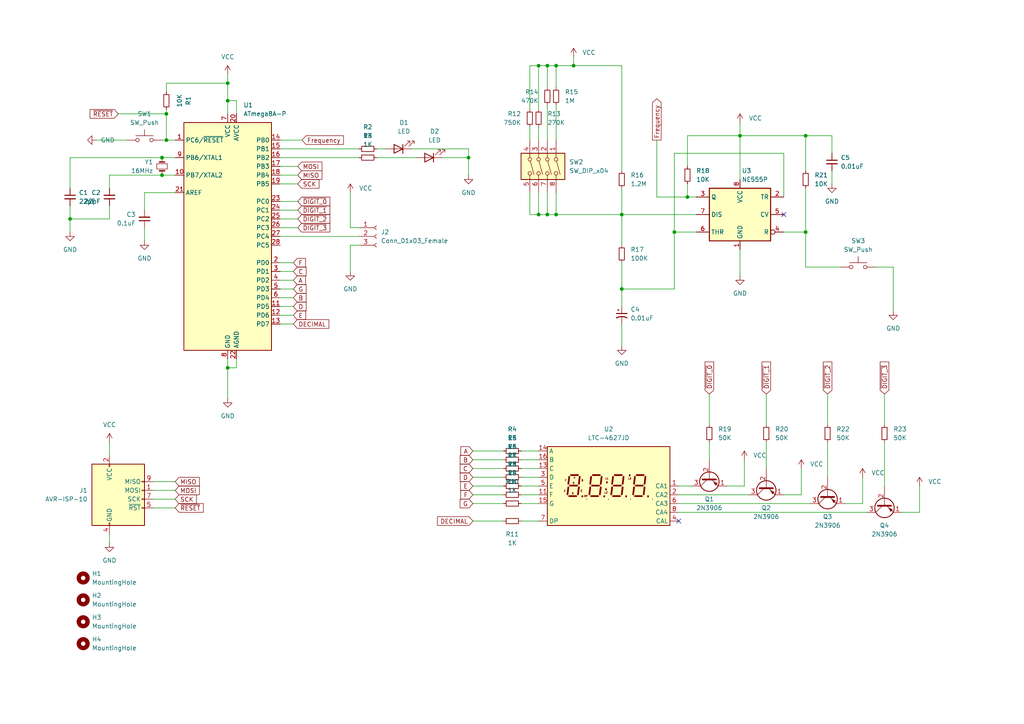
<source format=kicad_sch>
(kicad_sch (version 20211123) (generator eeschema)

  (uuid e92f8e40-1e47-4cd0-a865-c589067a003b)

  (paper "A4")

  (lib_symbols
    (symbol "Connector:AVR-ISP-10" (pin_names (offset 1.016)) (in_bom yes) (on_board yes)
      (property "Reference" "J" (id 0) (at -6.35 11.43 0)
        (effects (font (size 1.27 1.27)) (justify left))
      )
      (property "Value" "AVR-ISP-10" (id 1) (at 0 11.43 0)
        (effects (font (size 1.27 1.27)) (justify left))
      )
      (property "Footprint" "" (id 2) (at -6.35 1.27 90)
        (effects (font (size 1.27 1.27)) hide)
      )
      (property "Datasheet" " ~" (id 3) (at -32.385 -13.97 0)
        (effects (font (size 1.27 1.27)) hide)
      )
      (property "ki_keywords" "AVR ISP Connector" (id 4) (at 0 0 0)
        (effects (font (size 1.27 1.27)) hide)
      )
      (property "ki_description" "Atmel 10-pin ISP connector" (id 5) (at 0 0 0)
        (effects (font (size 1.27 1.27)) hide)
      )
      (property "ki_fp_filters" "IDC?Header*2x05* Pin?Header*2x05*" (id 6) (at 0 0 0)
        (effects (font (size 1.27 1.27)) hide)
      )
      (symbol "AVR-ISP-10_0_1"
        (rectangle (start -2.667 -6.858) (end -2.413 -7.62)
          (stroke (width 0) (type default) (color 0 0 0 0))
          (fill (type none))
        )
        (rectangle (start -2.667 10.16) (end -2.413 9.398)
          (stroke (width 0) (type default) (color 0 0 0 0))
          (fill (type none))
        )
        (rectangle (start 7.62 -2.413) (end 6.858 -2.667)
          (stroke (width 0) (type default) (color 0 0 0 0))
          (fill (type none))
        )
        (rectangle (start 7.62 0.127) (end 6.858 -0.127)
          (stroke (width 0) (type default) (color 0 0 0 0))
          (fill (type none))
        )
        (rectangle (start 7.62 2.667) (end 6.858 2.413)
          (stroke (width 0) (type default) (color 0 0 0 0))
          (fill (type none))
        )
        (rectangle (start 7.62 5.207) (end 6.858 4.953)
          (stroke (width 0) (type default) (color 0 0 0 0))
          (fill (type none))
        )
        (rectangle (start 7.62 10.16) (end -7.62 -7.62)
          (stroke (width 0.254) (type default) (color 0 0 0 0))
          (fill (type background))
        )
      )
      (symbol "AVR-ISP-10_1_1"
        (pin passive line (at 10.16 2.54 180) (length 2.54)
          (name "MOSI" (effects (font (size 1.27 1.27))))
          (number "1" (effects (font (size 1.27 1.27))))
        )
        (pin passive line (at -2.54 -10.16 90) (length 2.54) hide
          (name "GND" (effects (font (size 1.27 1.27))))
          (number "10" (effects (font (size 1.27 1.27))))
        )
        (pin passive line (at -2.54 12.7 270) (length 2.54)
          (name "VCC" (effects (font (size 1.27 1.27))))
          (number "2" (effects (font (size 1.27 1.27))))
        )
        (pin no_connect line (at 7.62 -5.08 180) (length 2.54) hide
          (name "NC" (effects (font (size 1.27 1.27))))
          (number "3" (effects (font (size 1.27 1.27))))
        )
        (pin passive line (at -2.54 -10.16 90) (length 2.54)
          (name "GND" (effects (font (size 1.27 1.27))))
          (number "4" (effects (font (size 1.27 1.27))))
        )
        (pin passive line (at 10.16 -2.54 180) (length 2.54)
          (name "~{RST}" (effects (font (size 1.27 1.27))))
          (number "5" (effects (font (size 1.27 1.27))))
        )
        (pin passive line (at -2.54 -10.16 90) (length 2.54) hide
          (name "GND" (effects (font (size 1.27 1.27))))
          (number "6" (effects (font (size 1.27 1.27))))
        )
        (pin passive line (at 10.16 0 180) (length 2.54)
          (name "SCK" (effects (font (size 1.27 1.27))))
          (number "7" (effects (font (size 1.27 1.27))))
        )
        (pin passive line (at -2.54 -10.16 90) (length 2.54) hide
          (name "GND" (effects (font (size 1.27 1.27))))
          (number "8" (effects (font (size 1.27 1.27))))
        )
        (pin passive line (at 10.16 5.08 180) (length 2.54)
          (name "MISO" (effects (font (size 1.27 1.27))))
          (number "9" (effects (font (size 1.27 1.27))))
        )
      )
    )
    (symbol "Connector:Conn_01x03_Female" (pin_names (offset 1.016) hide) (in_bom yes) (on_board yes)
      (property "Reference" "J" (id 0) (at 0 5.08 0)
        (effects (font (size 1.27 1.27)))
      )
      (property "Value" "Conn_01x03_Female" (id 1) (at 0 -5.08 0)
        (effects (font (size 1.27 1.27)))
      )
      (property "Footprint" "" (id 2) (at 0 0 0)
        (effects (font (size 1.27 1.27)) hide)
      )
      (property "Datasheet" "~" (id 3) (at 0 0 0)
        (effects (font (size 1.27 1.27)) hide)
      )
      (property "ki_keywords" "connector" (id 4) (at 0 0 0)
        (effects (font (size 1.27 1.27)) hide)
      )
      (property "ki_description" "Generic connector, single row, 01x03, script generated (kicad-library-utils/schlib/autogen/connector/)" (id 5) (at 0 0 0)
        (effects (font (size 1.27 1.27)) hide)
      )
      (property "ki_fp_filters" "Connector*:*_1x??_*" (id 6) (at 0 0 0)
        (effects (font (size 1.27 1.27)) hide)
      )
      (symbol "Conn_01x03_Female_1_1"
        (arc (start 0 -2.032) (mid -0.508 -2.54) (end 0 -3.048)
          (stroke (width 0.1524) (type default) (color 0 0 0 0))
          (fill (type none))
        )
        (polyline
          (pts
            (xy -1.27 -2.54)
            (xy -0.508 -2.54)
          )
          (stroke (width 0.1524) (type default) (color 0 0 0 0))
          (fill (type none))
        )
        (polyline
          (pts
            (xy -1.27 0)
            (xy -0.508 0)
          )
          (stroke (width 0.1524) (type default) (color 0 0 0 0))
          (fill (type none))
        )
        (polyline
          (pts
            (xy -1.27 2.54)
            (xy -0.508 2.54)
          )
          (stroke (width 0.1524) (type default) (color 0 0 0 0))
          (fill (type none))
        )
        (arc (start 0 0.508) (mid -0.508 0) (end 0 -0.508)
          (stroke (width 0.1524) (type default) (color 0 0 0 0))
          (fill (type none))
        )
        (arc (start 0 3.048) (mid -0.508 2.54) (end 0 2.032)
          (stroke (width 0.1524) (type default) (color 0 0 0 0))
          (fill (type none))
        )
        (pin passive line (at -5.08 2.54 0) (length 3.81)
          (name "Pin_1" (effects (font (size 1.27 1.27))))
          (number "1" (effects (font (size 1.27 1.27))))
        )
        (pin passive line (at -5.08 0 0) (length 3.81)
          (name "Pin_2" (effects (font (size 1.27 1.27))))
          (number "2" (effects (font (size 1.27 1.27))))
        )
        (pin passive line (at -5.08 -2.54 0) (length 3.81)
          (name "Pin_3" (effects (font (size 1.27 1.27))))
          (number "3" (effects (font (size 1.27 1.27))))
        )
      )
    )
    (symbol "Device:C_Polarized_Small_US" (pin_numbers hide) (pin_names (offset 0.254) hide) (in_bom yes) (on_board yes)
      (property "Reference" "C" (id 0) (at 0.254 1.778 0)
        (effects (font (size 1.27 1.27)) (justify left))
      )
      (property "Value" "C_Polarized_Small_US" (id 1) (at 0.254 -2.032 0)
        (effects (font (size 1.27 1.27)) (justify left))
      )
      (property "Footprint" "" (id 2) (at 0 0 0)
        (effects (font (size 1.27 1.27)) hide)
      )
      (property "Datasheet" "~" (id 3) (at 0 0 0)
        (effects (font (size 1.27 1.27)) hide)
      )
      (property "ki_keywords" "cap capacitor" (id 4) (at 0 0 0)
        (effects (font (size 1.27 1.27)) hide)
      )
      (property "ki_description" "Polarized capacitor, small US symbol" (id 5) (at 0 0 0)
        (effects (font (size 1.27 1.27)) hide)
      )
      (property "ki_fp_filters" "CP_*" (id 6) (at 0 0 0)
        (effects (font (size 1.27 1.27)) hide)
      )
      (symbol "C_Polarized_Small_US_0_1"
        (polyline
          (pts
            (xy -1.524 0.508)
            (xy 1.524 0.508)
          )
          (stroke (width 0.3048) (type default) (color 0 0 0 0))
          (fill (type none))
        )
        (polyline
          (pts
            (xy -1.27 1.524)
            (xy -0.762 1.524)
          )
          (stroke (width 0) (type default) (color 0 0 0 0))
          (fill (type none))
        )
        (polyline
          (pts
            (xy -1.016 1.27)
            (xy -1.016 1.778)
          )
          (stroke (width 0) (type default) (color 0 0 0 0))
          (fill (type none))
        )
        (arc (start 1.524 -0.762) (mid 0 -0.3734) (end -1.524 -0.762)
          (stroke (width 0.3048) (type default) (color 0 0 0 0))
          (fill (type none))
        )
      )
      (symbol "C_Polarized_Small_US_1_1"
        (pin passive line (at 0 2.54 270) (length 2.032)
          (name "~" (effects (font (size 1.27 1.27))))
          (number "1" (effects (font (size 1.27 1.27))))
        )
        (pin passive line (at 0 -2.54 90) (length 2.032)
          (name "~" (effects (font (size 1.27 1.27))))
          (number "2" (effects (font (size 1.27 1.27))))
        )
      )
    )
    (symbol "Device:C_Small" (pin_numbers hide) (pin_names (offset 0.254) hide) (in_bom yes) (on_board yes)
      (property "Reference" "C" (id 0) (at 0.254 1.778 0)
        (effects (font (size 1.27 1.27)) (justify left))
      )
      (property "Value" "C_Small" (id 1) (at 0.254 -2.032 0)
        (effects (font (size 1.27 1.27)) (justify left))
      )
      (property "Footprint" "" (id 2) (at 0 0 0)
        (effects (font (size 1.27 1.27)) hide)
      )
      (property "Datasheet" "~" (id 3) (at 0 0 0)
        (effects (font (size 1.27 1.27)) hide)
      )
      (property "ki_keywords" "capacitor cap" (id 4) (at 0 0 0)
        (effects (font (size 1.27 1.27)) hide)
      )
      (property "ki_description" "Unpolarized capacitor, small symbol" (id 5) (at 0 0 0)
        (effects (font (size 1.27 1.27)) hide)
      )
      (property "ki_fp_filters" "C_*" (id 6) (at 0 0 0)
        (effects (font (size 1.27 1.27)) hide)
      )
      (symbol "C_Small_0_1"
        (polyline
          (pts
            (xy -1.524 -0.508)
            (xy 1.524 -0.508)
          )
          (stroke (width 0.3302) (type default) (color 0 0 0 0))
          (fill (type none))
        )
        (polyline
          (pts
            (xy -1.524 0.508)
            (xy 1.524 0.508)
          )
          (stroke (width 0.3048) (type default) (color 0 0 0 0))
          (fill (type none))
        )
      )
      (symbol "C_Small_1_1"
        (pin passive line (at 0 2.54 270) (length 2.032)
          (name "~" (effects (font (size 1.27 1.27))))
          (number "1" (effects (font (size 1.27 1.27))))
        )
        (pin passive line (at 0 -2.54 90) (length 2.032)
          (name "~" (effects (font (size 1.27 1.27))))
          (number "2" (effects (font (size 1.27 1.27))))
        )
      )
    )
    (symbol "Device:Crystal_Small" (pin_numbers hide) (pin_names (offset 1.016) hide) (in_bom yes) (on_board yes)
      (property "Reference" "Y" (id 0) (at 0 2.54 0)
        (effects (font (size 1.27 1.27)))
      )
      (property "Value" "Crystal_Small" (id 1) (at 0 -2.54 0)
        (effects (font (size 1.27 1.27)))
      )
      (property "Footprint" "" (id 2) (at 0 0 0)
        (effects (font (size 1.27 1.27)) hide)
      )
      (property "Datasheet" "~" (id 3) (at 0 0 0)
        (effects (font (size 1.27 1.27)) hide)
      )
      (property "ki_keywords" "quartz ceramic resonator oscillator" (id 4) (at 0 0 0)
        (effects (font (size 1.27 1.27)) hide)
      )
      (property "ki_description" "Two pin crystal, small symbol" (id 5) (at 0 0 0)
        (effects (font (size 1.27 1.27)) hide)
      )
      (property "ki_fp_filters" "Crystal*" (id 6) (at 0 0 0)
        (effects (font (size 1.27 1.27)) hide)
      )
      (symbol "Crystal_Small_0_1"
        (rectangle (start -0.762 -1.524) (end 0.762 1.524)
          (stroke (width 0) (type default) (color 0 0 0 0))
          (fill (type none))
        )
        (polyline
          (pts
            (xy -1.27 -0.762)
            (xy -1.27 0.762)
          )
          (stroke (width 0.381) (type default) (color 0 0 0 0))
          (fill (type none))
        )
        (polyline
          (pts
            (xy 1.27 -0.762)
            (xy 1.27 0.762)
          )
          (stroke (width 0.381) (type default) (color 0 0 0 0))
          (fill (type none))
        )
      )
      (symbol "Crystal_Small_1_1"
        (pin passive line (at -2.54 0 0) (length 1.27)
          (name "1" (effects (font (size 1.27 1.27))))
          (number "1" (effects (font (size 1.27 1.27))))
        )
        (pin passive line (at 2.54 0 180) (length 1.27)
          (name "2" (effects (font (size 1.27 1.27))))
          (number "2" (effects (font (size 1.27 1.27))))
        )
      )
    )
    (symbol "Device:LED" (pin_numbers hide) (pin_names (offset 1.016) hide) (in_bom yes) (on_board yes)
      (property "Reference" "D" (id 0) (at 0 2.54 0)
        (effects (font (size 1.27 1.27)))
      )
      (property "Value" "LED" (id 1) (at 0 -2.54 0)
        (effects (font (size 1.27 1.27)))
      )
      (property "Footprint" "" (id 2) (at 0 0 0)
        (effects (font (size 1.27 1.27)) hide)
      )
      (property "Datasheet" "~" (id 3) (at 0 0 0)
        (effects (font (size 1.27 1.27)) hide)
      )
      (property "ki_keywords" "LED diode" (id 4) (at 0 0 0)
        (effects (font (size 1.27 1.27)) hide)
      )
      (property "ki_description" "Light emitting diode" (id 5) (at 0 0 0)
        (effects (font (size 1.27 1.27)) hide)
      )
      (property "ki_fp_filters" "LED* LED_SMD:* LED_THT:*" (id 6) (at 0 0 0)
        (effects (font (size 1.27 1.27)) hide)
      )
      (symbol "LED_0_1"
        (polyline
          (pts
            (xy -1.27 -1.27)
            (xy -1.27 1.27)
          )
          (stroke (width 0.254) (type default) (color 0 0 0 0))
          (fill (type none))
        )
        (polyline
          (pts
            (xy -1.27 0)
            (xy 1.27 0)
          )
          (stroke (width 0) (type default) (color 0 0 0 0))
          (fill (type none))
        )
        (polyline
          (pts
            (xy 1.27 -1.27)
            (xy 1.27 1.27)
            (xy -1.27 0)
            (xy 1.27 -1.27)
          )
          (stroke (width 0.254) (type default) (color 0 0 0 0))
          (fill (type none))
        )
        (polyline
          (pts
            (xy -3.048 -0.762)
            (xy -4.572 -2.286)
            (xy -3.81 -2.286)
            (xy -4.572 -2.286)
            (xy -4.572 -1.524)
          )
          (stroke (width 0) (type default) (color 0 0 0 0))
          (fill (type none))
        )
        (polyline
          (pts
            (xy -1.778 -0.762)
            (xy -3.302 -2.286)
            (xy -2.54 -2.286)
            (xy -3.302 -2.286)
            (xy -3.302 -1.524)
          )
          (stroke (width 0) (type default) (color 0 0 0 0))
          (fill (type none))
        )
      )
      (symbol "LED_1_1"
        (pin passive line (at -3.81 0 0) (length 2.54)
          (name "K" (effects (font (size 1.27 1.27))))
          (number "1" (effects (font (size 1.27 1.27))))
        )
        (pin passive line (at 3.81 0 180) (length 2.54)
          (name "A" (effects (font (size 1.27 1.27))))
          (number "2" (effects (font (size 1.27 1.27))))
        )
      )
    )
    (symbol "Device:R_Small" (pin_numbers hide) (pin_names (offset 0.254) hide) (in_bom yes) (on_board yes)
      (property "Reference" "R" (id 0) (at 0.762 0.508 0)
        (effects (font (size 1.27 1.27)) (justify left))
      )
      (property "Value" "R_Small" (id 1) (at 0.762 -1.016 0)
        (effects (font (size 1.27 1.27)) (justify left))
      )
      (property "Footprint" "" (id 2) (at 0 0 0)
        (effects (font (size 1.27 1.27)) hide)
      )
      (property "Datasheet" "~" (id 3) (at 0 0 0)
        (effects (font (size 1.27 1.27)) hide)
      )
      (property "ki_keywords" "R resistor" (id 4) (at 0 0 0)
        (effects (font (size 1.27 1.27)) hide)
      )
      (property "ki_description" "Resistor, small symbol" (id 5) (at 0 0 0)
        (effects (font (size 1.27 1.27)) hide)
      )
      (property "ki_fp_filters" "R_*" (id 6) (at 0 0 0)
        (effects (font (size 1.27 1.27)) hide)
      )
      (symbol "R_Small_0_1"
        (rectangle (start -0.762 1.778) (end 0.762 -1.778)
          (stroke (width 0.2032) (type default) (color 0 0 0 0))
          (fill (type none))
        )
      )
      (symbol "R_Small_1_1"
        (pin passive line (at 0 2.54 270) (length 0.762)
          (name "~" (effects (font (size 1.27 1.27))))
          (number "1" (effects (font (size 1.27 1.27))))
        )
        (pin passive line (at 0 -2.54 90) (length 0.762)
          (name "~" (effects (font (size 1.27 1.27))))
          (number "2" (effects (font (size 1.27 1.27))))
        )
      )
    )
    (symbol "Display_Character:LTC-4627JD" (in_bom yes) (on_board yes)
      (property "Reference" "U" (id 0) (at -17.78 12.7 0)
        (effects (font (size 1.27 1.27)) (justify left))
      )
      (property "Value" "LTC-4627JD" (id 1) (at 17.78 12.7 0)
        (effects (font (size 1.27 1.27)) (justify right))
      )
      (property "Footprint" "Display_7Segment:LTC-4627Jx" (id 2) (at 0 -12.7 0)
        (effects (font (size 1.27 1.27)) hide)
      )
      (property "Datasheet" "http://optoelectronics.liteon.com/upload/download/DS30-2001-093/LTC-4627JD.pdf" (id 3) (at -10.16 0 0)
        (effects (font (size 1.27 1.27)) hide)
      )
      (property "ki_keywords" "display LED 7-segment" (id 4) (at 0 0 0)
        (effects (font (size 1.27 1.27)) hide)
      )
      (property "ki_description" "4 digit 7 segment hyper red, common anode" (id 5) (at 0 0 0)
        (effects (font (size 1.27 1.27)) hide)
      )
      (property "ki_fp_filters" "LTC?4627J*" (id 6) (at 0 0 0)
        (effects (font (size 1.27 1.27)) hide)
      )
      (symbol "LTC-4627JD_0_1"
        (rectangle (start -17.78 -11.43) (end 17.78 11.43)
          (stroke (width 0.254) (type default) (color 0 0 0 0))
          (fill (type background))
        )
        (rectangle (start -6.35 -3.81) (end -6.35 -3.81)
          (stroke (width 0.254) (type default) (color 0 0 0 0))
          (fill (type none))
        )
        (rectangle (start 0 -3.81) (end 0 -3.81)
          (stroke (width 0.254) (type default) (color 0 0 0 0))
          (fill (type none))
        )
        (polyline
          (pts
            (xy -6.35 -3.81)
            (xy -6.35 -3.81)
          )
          (stroke (width 0.254) (type default) (color 0 0 0 0))
          (fill (type none))
        )
        (polyline
          (pts
            (xy 0 -3.81)
            (xy 0 -3.81)
          )
          (stroke (width 0.254) (type default) (color 0 0 0 0))
          (fill (type none))
        )
        (polyline
          (pts
            (xy 6.35 -3.81)
            (xy 6.35 -3.81)
          )
          (stroke (width 0.254) (type default) (color 0 0 0 0))
          (fill (type none))
        )
        (polyline
          (pts
            (xy 12.7 -3.81)
            (xy 12.7 -3.81)
          )
          (stroke (width 0.254) (type default) (color 0 0 0 0))
          (fill (type none))
        )
        (rectangle (start 6.35 -3.81) (end 6.35 -3.81)
          (stroke (width 0.254) (type default) (color 0 0 0 0))
          (fill (type none))
        )
        (rectangle (start 12.7 -3.81) (end 12.7 -3.81)
          (stroke (width 0.254) (type default) (color 0 0 0 0))
          (fill (type none))
        )
      )
      (symbol "LTC-4627JD_1_0"
        (text "A" (at -9.906 2.413 0)
          (effects (font (size 0.508 0.508)))
        )
        (text "B" (at -7.62 1.651 0)
          (effects (font (size 0.508 0.508)))
        )
        (text "C" (at -7.874 -1.397 0)
          (effects (font (size 0.508 0.508)))
        )
        (text "D" (at -10.414 -2.159 0)
          (effects (font (size 0.508 0.508)))
        )
        (text "DP" (at -6.604 -2.921 0)
          (effects (font (size 0.508 0.508)))
        )
        (text "E" (at -12.7 -1.397 0)
          (effects (font (size 0.508 0.508)))
        )
        (text "F" (at -12.446 1.651 0)
          (effects (font (size 0.508 0.508)))
        )
        (text "G" (at -10.16 0.889 0)
          (effects (font (size 0.508 0.508)))
        )
        (text "L1" (at -0.508 2.159 0)
          (effects (font (size 0.508 0.508)))
        )
        (text "L2" (at -0.762 -1.905 0)
          (effects (font (size 0.508 0.508)))
        )
        (text "L3" (at 6.096 2.159 0)
          (effects (font (size 0.508 0.508)))
        )
      )
      (symbol "LTC-4627JD_1_1"
        (polyline
          (pts
            (xy -11.684 -0.381)
            (xy -11.938 -2.413)
          )
          (stroke (width 0.508) (type default) (color 0 0 0 0))
          (fill (type none))
        )
        (polyline
          (pts
            (xy -11.43 -2.921)
            (xy -9.398 -2.921)
          )
          (stroke (width 0.508) (type default) (color 0 0 0 0))
          (fill (type none))
        )
        (polyline
          (pts
            (xy -11.43 2.667)
            (xy -11.684 0.635)
          )
          (stroke (width 0.508) (type default) (color 0 0 0 0))
          (fill (type none))
        )
        (polyline
          (pts
            (xy -11.176 0.127)
            (xy -9.144 0.127)
          )
          (stroke (width 0.508) (type default) (color 0 0 0 0))
          (fill (type none))
        )
        (polyline
          (pts
            (xy -10.922 3.175)
            (xy -8.89 3.175)
          )
          (stroke (width 0.508) (type default) (color 0 0 0 0))
          (fill (type none))
        )
        (polyline
          (pts
            (xy -8.636 -0.381)
            (xy -8.89 -2.413)
          )
          (stroke (width 0.508) (type default) (color 0 0 0 0))
          (fill (type none))
        )
        (polyline
          (pts
            (xy -8.382 2.667)
            (xy -8.636 0.635)
          )
          (stroke (width 0.508) (type default) (color 0 0 0 0))
          (fill (type none))
        )
        (polyline
          (pts
            (xy -7.62 -3.048)
            (xy -7.62 -2.921)
          )
          (stroke (width 0.508) (type default) (color 0 0 0 0))
          (fill (type none))
        )
        (polyline
          (pts
            (xy -5.334 -0.381)
            (xy -5.588 -2.413)
          )
          (stroke (width 0.508) (type default) (color 0 0 0 0))
          (fill (type none))
        )
        (polyline
          (pts
            (xy -5.08 -2.921)
            (xy -3.048 -2.921)
          )
          (stroke (width 0.508) (type default) (color 0 0 0 0))
          (fill (type none))
        )
        (polyline
          (pts
            (xy -5.08 2.667)
            (xy -5.334 0.635)
          )
          (stroke (width 0.508) (type default) (color 0 0 0 0))
          (fill (type none))
        )
        (polyline
          (pts
            (xy -4.826 0.127)
            (xy -2.794 0.127)
          )
          (stroke (width 0.508) (type default) (color 0 0 0 0))
          (fill (type none))
        )
        (polyline
          (pts
            (xy -4.572 3.175)
            (xy -2.54 3.175)
          )
          (stroke (width 0.508) (type default) (color 0 0 0 0))
          (fill (type none))
        )
        (polyline
          (pts
            (xy -2.286 -0.381)
            (xy -2.54 -2.413)
          )
          (stroke (width 0.508) (type default) (color 0 0 0 0))
          (fill (type none))
        )
        (polyline
          (pts
            (xy -2.032 2.667)
            (xy -2.286 0.635)
          )
          (stroke (width 0.508) (type default) (color 0 0 0 0))
          (fill (type none))
        )
        (polyline
          (pts
            (xy -1.27 -3.048)
            (xy -1.27 -2.921)
          )
          (stroke (width 0.508) (type default) (color 0 0 0 0))
          (fill (type none))
        )
        (polyline
          (pts
            (xy -0.762 -1.016)
            (xy -0.762 -0.889)
          )
          (stroke (width 0.508) (type default) (color 0 0 0 0))
          (fill (type none))
        )
        (polyline
          (pts
            (xy -0.508 1.016)
            (xy -0.508 1.143)
          )
          (stroke (width 0.508) (type default) (color 0 0 0 0))
          (fill (type none))
        )
        (polyline
          (pts
            (xy 1.016 -0.381)
            (xy 0.762 -2.413)
          )
          (stroke (width 0.508) (type default) (color 0 0 0 0))
          (fill (type none))
        )
        (polyline
          (pts
            (xy 1.27 -2.921)
            (xy 3.302 -2.921)
          )
          (stroke (width 0.508) (type default) (color 0 0 0 0))
          (fill (type none))
        )
        (polyline
          (pts
            (xy 1.27 2.667)
            (xy 1.016 0.635)
          )
          (stroke (width 0.508) (type default) (color 0 0 0 0))
          (fill (type none))
        )
        (polyline
          (pts
            (xy 1.524 0.127)
            (xy 3.556 0.127)
          )
          (stroke (width 0.508) (type default) (color 0 0 0 0))
          (fill (type none))
        )
        (polyline
          (pts
            (xy 1.778 3.175)
            (xy 3.81 3.175)
          )
          (stroke (width 0.508) (type default) (color 0 0 0 0))
          (fill (type none))
        )
        (polyline
          (pts
            (xy 4.064 -0.381)
            (xy 3.81 -2.413)
          )
          (stroke (width 0.508) (type default) (color 0 0 0 0))
          (fill (type none))
        )
        (polyline
          (pts
            (xy 4.318 2.667)
            (xy 4.064 0.635)
          )
          (stroke (width 0.508) (type default) (color 0 0 0 0))
          (fill (type none))
        )
        (polyline
          (pts
            (xy 5.08 -3.048)
            (xy 5.08 -2.921)
          )
          (stroke (width 0.508) (type default) (color 0 0 0 0))
          (fill (type none))
        )
        (polyline
          (pts
            (xy 6.096 3.048)
            (xy 6.096 3.175)
          )
          (stroke (width 0.508) (type default) (color 0 0 0 0))
          (fill (type none))
        )
        (polyline
          (pts
            (xy 7.366 -0.381)
            (xy 7.112 -2.413)
          )
          (stroke (width 0.508) (type default) (color 0 0 0 0))
          (fill (type none))
        )
        (polyline
          (pts
            (xy 7.62 -2.921)
            (xy 9.652 -2.921)
          )
          (stroke (width 0.508) (type default) (color 0 0 0 0))
          (fill (type none))
        )
        (polyline
          (pts
            (xy 7.62 2.667)
            (xy 7.366 0.635)
          )
          (stroke (width 0.508) (type default) (color 0 0 0 0))
          (fill (type none))
        )
        (polyline
          (pts
            (xy 7.874 0.127)
            (xy 9.906 0.127)
          )
          (stroke (width 0.508) (type default) (color 0 0 0 0))
          (fill (type none))
        )
        (polyline
          (pts
            (xy 8.128 3.175)
            (xy 10.16 3.175)
          )
          (stroke (width 0.508) (type default) (color 0 0 0 0))
          (fill (type none))
        )
        (polyline
          (pts
            (xy 10.414 -0.381)
            (xy 10.16 -2.413)
          )
          (stroke (width 0.508) (type default) (color 0 0 0 0))
          (fill (type none))
        )
        (polyline
          (pts
            (xy 10.668 2.667)
            (xy 10.414 0.635)
          )
          (stroke (width 0.508) (type default) (color 0 0 0 0))
          (fill (type none))
        )
        (polyline
          (pts
            (xy 11.43 -3.048)
            (xy 11.43 -2.921)
          )
          (stroke (width 0.508) (type default) (color 0 0 0 0))
          (fill (type none))
        )
        (pin input line (at 20.32 0 180) (length 2.54)
          (name "CA1" (effects (font (size 1.27 1.27))))
          (number "1" (effects (font (size 1.27 1.27))))
        )
        (pin input line (at -20.32 -2.54 0) (length 2.54)
          (name "F" (effects (font (size 1.27 1.27))))
          (number "11" (effects (font (size 1.27 1.27))))
        )
        (pin input line (at -20.32 5.08 0) (length 2.54)
          (name "C" (effects (font (size 1.27 1.27))))
          (number "13" (effects (font (size 1.27 1.27))))
        )
        (pin input line (at -20.32 10.16 0) (length 2.54)
          (name "A" (effects (font (size 1.27 1.27))))
          (number "14" (effects (font (size 1.27 1.27))))
        )
        (pin input line (at -20.32 -5.08 0) (length 2.54)
          (name "G" (effects (font (size 1.27 1.27))))
          (number "15" (effects (font (size 1.27 1.27))))
        )
        (pin input line (at -20.32 7.62 0) (length 2.54)
          (name "B" (effects (font (size 1.27 1.27))))
          (number "16" (effects (font (size 1.27 1.27))))
        )
        (pin input line (at 20.32 -2.54 180) (length 2.54)
          (name "CA2" (effects (font (size 1.27 1.27))))
          (number "2" (effects (font (size 1.27 1.27))))
        )
        (pin input line (at -20.32 2.54 0) (length 2.54)
          (name "D" (effects (font (size 1.27 1.27))))
          (number "3" (effects (font (size 1.27 1.27))))
        )
        (pin input line (at 20.32 -10.16 180) (length 2.54)
          (name "CAL" (effects (font (size 1.27 1.27))))
          (number "4" (effects (font (size 1.27 1.27))))
        )
        (pin input line (at -20.32 0 0) (length 2.54)
          (name "E" (effects (font (size 1.27 1.27))))
          (number "5" (effects (font (size 1.27 1.27))))
        )
        (pin input line (at 20.32 -5.08 180) (length 2.54)
          (name "CA3" (effects (font (size 1.27 1.27))))
          (number "6" (effects (font (size 1.27 1.27))))
        )
        (pin input line (at -20.32 -10.16 0) (length 2.54)
          (name "DP" (effects (font (size 1.27 1.27))))
          (number "7" (effects (font (size 1.27 1.27))))
        )
        (pin input line (at 20.32 -7.62 180) (length 2.54)
          (name "CA4" (effects (font (size 1.27 1.27))))
          (number "8" (effects (font (size 1.27 1.27))))
        )
        (pin no_connect line (at 17.78 7.62 180) (length 2.54) hide
          (name "NC" (effects (font (size 1.27 1.27))))
          (number "9" (effects (font (size 1.27 1.27))))
        )
      )
    )
    (symbol "MCU_Microchip_ATmega:ATmega8A-P" (in_bom yes) (on_board yes)
      (property "Reference" "U" (id 0) (at -12.7 34.29 0)
        (effects (font (size 1.27 1.27)) (justify left bottom))
      )
      (property "Value" "ATmega8A-P" (id 1) (at 5.08 -34.29 0)
        (effects (font (size 1.27 1.27)) (justify left top))
      )
      (property "Footprint" "Package_DIP:DIP-28_W7.62mm" (id 2) (at 0 0 0)
        (effects (font (size 1.27 1.27) italic) hide)
      )
      (property "Datasheet" "http://ww1.microchip.com/downloads/en/DeviceDoc/Microchip%208bit%20mcu%20AVR%20ATmega8A%20data%20sheet%2040001974A.pdf" (id 3) (at 0 0 0)
        (effects (font (size 1.27 1.27)) hide)
      )
      (property "ki_keywords" "AVR 8bit Microcontroller MegaAVR" (id 4) (at 0 0 0)
        (effects (font (size 1.27 1.27)) hide)
      )
      (property "ki_description" "16MHz, 8kB Flash, 1kB SRAM, 512B EEPROM, DIP-28" (id 5) (at 0 0 0)
        (effects (font (size 1.27 1.27)) hide)
      )
      (property "ki_fp_filters" "DIP*W7.62mm*" (id 6) (at 0 0 0)
        (effects (font (size 1.27 1.27)) hide)
      )
      (symbol "ATmega8A-P_0_1"
        (rectangle (start -12.7 -33.02) (end 12.7 33.02)
          (stroke (width 0.254) (type default) (color 0 0 0 0))
          (fill (type background))
        )
      )
      (symbol "ATmega8A-P_1_1"
        (pin bidirectional line (at -15.24 27.94 0) (length 2.54)
          (name "PC6/~{RESET}" (effects (font (size 1.27 1.27))))
          (number "1" (effects (font (size 1.27 1.27))))
        )
        (pin bidirectional line (at -15.24 17.78 0) (length 2.54)
          (name "PB7/XTAL2" (effects (font (size 1.27 1.27))))
          (number "10" (effects (font (size 1.27 1.27))))
        )
        (pin bidirectional line (at 15.24 -20.32 180) (length 2.54)
          (name "PD5" (effects (font (size 1.27 1.27))))
          (number "11" (effects (font (size 1.27 1.27))))
        )
        (pin bidirectional line (at 15.24 -22.86 180) (length 2.54)
          (name "PD6" (effects (font (size 1.27 1.27))))
          (number "12" (effects (font (size 1.27 1.27))))
        )
        (pin bidirectional line (at 15.24 -25.4 180) (length 2.54)
          (name "PD7" (effects (font (size 1.27 1.27))))
          (number "13" (effects (font (size 1.27 1.27))))
        )
        (pin bidirectional line (at 15.24 27.94 180) (length 2.54)
          (name "PB0" (effects (font (size 1.27 1.27))))
          (number "14" (effects (font (size 1.27 1.27))))
        )
        (pin bidirectional line (at 15.24 25.4 180) (length 2.54)
          (name "PB1" (effects (font (size 1.27 1.27))))
          (number "15" (effects (font (size 1.27 1.27))))
        )
        (pin bidirectional line (at 15.24 22.86 180) (length 2.54)
          (name "PB2" (effects (font (size 1.27 1.27))))
          (number "16" (effects (font (size 1.27 1.27))))
        )
        (pin bidirectional line (at 15.24 20.32 180) (length 2.54)
          (name "PB3" (effects (font (size 1.27 1.27))))
          (number "17" (effects (font (size 1.27 1.27))))
        )
        (pin bidirectional line (at 15.24 17.78 180) (length 2.54)
          (name "PB4" (effects (font (size 1.27 1.27))))
          (number "18" (effects (font (size 1.27 1.27))))
        )
        (pin bidirectional line (at 15.24 15.24 180) (length 2.54)
          (name "PB5" (effects (font (size 1.27 1.27))))
          (number "19" (effects (font (size 1.27 1.27))))
        )
        (pin bidirectional line (at 15.24 -7.62 180) (length 2.54)
          (name "PD0" (effects (font (size 1.27 1.27))))
          (number "2" (effects (font (size 1.27 1.27))))
        )
        (pin power_in line (at 2.54 35.56 270) (length 2.54)
          (name "AVCC" (effects (font (size 1.27 1.27))))
          (number "20" (effects (font (size 1.27 1.27))))
        )
        (pin passive line (at -15.24 12.7 0) (length 2.54)
          (name "AREF" (effects (font (size 1.27 1.27))))
          (number "21" (effects (font (size 1.27 1.27))))
        )
        (pin power_in line (at 2.54 -35.56 90) (length 2.54)
          (name "AGND" (effects (font (size 1.27 1.27))))
          (number "22" (effects (font (size 1.27 1.27))))
        )
        (pin bidirectional line (at 15.24 10.16 180) (length 2.54)
          (name "PC0" (effects (font (size 1.27 1.27))))
          (number "23" (effects (font (size 1.27 1.27))))
        )
        (pin bidirectional line (at 15.24 7.62 180) (length 2.54)
          (name "PC1" (effects (font (size 1.27 1.27))))
          (number "24" (effects (font (size 1.27 1.27))))
        )
        (pin bidirectional line (at 15.24 5.08 180) (length 2.54)
          (name "PC2" (effects (font (size 1.27 1.27))))
          (number "25" (effects (font (size 1.27 1.27))))
        )
        (pin bidirectional line (at 15.24 2.54 180) (length 2.54)
          (name "PC3" (effects (font (size 1.27 1.27))))
          (number "26" (effects (font (size 1.27 1.27))))
        )
        (pin bidirectional line (at 15.24 0 180) (length 2.54)
          (name "PC4" (effects (font (size 1.27 1.27))))
          (number "27" (effects (font (size 1.27 1.27))))
        )
        (pin bidirectional line (at 15.24 -2.54 180) (length 2.54)
          (name "PC5" (effects (font (size 1.27 1.27))))
          (number "28" (effects (font (size 1.27 1.27))))
        )
        (pin bidirectional line (at 15.24 -10.16 180) (length 2.54)
          (name "PD1" (effects (font (size 1.27 1.27))))
          (number "3" (effects (font (size 1.27 1.27))))
        )
        (pin bidirectional line (at 15.24 -12.7 180) (length 2.54)
          (name "PD2" (effects (font (size 1.27 1.27))))
          (number "4" (effects (font (size 1.27 1.27))))
        )
        (pin bidirectional line (at 15.24 -15.24 180) (length 2.54)
          (name "PD3" (effects (font (size 1.27 1.27))))
          (number "5" (effects (font (size 1.27 1.27))))
        )
        (pin bidirectional line (at 15.24 -17.78 180) (length 2.54)
          (name "PD4" (effects (font (size 1.27 1.27))))
          (number "6" (effects (font (size 1.27 1.27))))
        )
        (pin power_in line (at 0 35.56 270) (length 2.54)
          (name "VCC" (effects (font (size 1.27 1.27))))
          (number "7" (effects (font (size 1.27 1.27))))
        )
        (pin power_in line (at 0 -35.56 90) (length 2.54)
          (name "GND" (effects (font (size 1.27 1.27))))
          (number "8" (effects (font (size 1.27 1.27))))
        )
        (pin bidirectional line (at -15.24 22.86 0) (length 2.54)
          (name "PB6/XTAL1" (effects (font (size 1.27 1.27))))
          (number "9" (effects (font (size 1.27 1.27))))
        )
      )
    )
    (symbol "Mechanical:MountingHole" (pin_names (offset 1.016)) (in_bom yes) (on_board yes)
      (property "Reference" "H" (id 0) (at 0 5.08 0)
        (effects (font (size 1.27 1.27)))
      )
      (property "Value" "MountingHole" (id 1) (at 0 3.175 0)
        (effects (font (size 1.27 1.27)))
      )
      (property "Footprint" "" (id 2) (at 0 0 0)
        (effects (font (size 1.27 1.27)) hide)
      )
      (property "Datasheet" "~" (id 3) (at 0 0 0)
        (effects (font (size 1.27 1.27)) hide)
      )
      (property "ki_keywords" "mounting hole" (id 4) (at 0 0 0)
        (effects (font (size 1.27 1.27)) hide)
      )
      (property "ki_description" "Mounting Hole without connection" (id 5) (at 0 0 0)
        (effects (font (size 1.27 1.27)) hide)
      )
      (property "ki_fp_filters" "MountingHole*" (id 6) (at 0 0 0)
        (effects (font (size 1.27 1.27)) hide)
      )
      (symbol "MountingHole_0_1"
        (circle (center 0 0) (radius 1.27)
          (stroke (width 1.27) (type default) (color 0 0 0 0))
          (fill (type none))
        )
      )
    )
    (symbol "Switch:SW_DIP_x04" (pin_names (offset 0) hide) (in_bom yes) (on_board yes)
      (property "Reference" "SW" (id 0) (at 0 8.89 0)
        (effects (font (size 1.27 1.27)))
      )
      (property "Value" "SW_DIP_x04" (id 1) (at 0 -6.35 0)
        (effects (font (size 1.27 1.27)))
      )
      (property "Footprint" "" (id 2) (at 0 0 0)
        (effects (font (size 1.27 1.27)) hide)
      )
      (property "Datasheet" "~" (id 3) (at 0 0 0)
        (effects (font (size 1.27 1.27)) hide)
      )
      (property "ki_keywords" "dip switch" (id 4) (at 0 0 0)
        (effects (font (size 1.27 1.27)) hide)
      )
      (property "ki_description" "4x DIP Switch, Single Pole Single Throw (SPST) switch, small symbol" (id 5) (at 0 0 0)
        (effects (font (size 1.27 1.27)) hide)
      )
      (property "ki_fp_filters" "SW?DIP?x4*" (id 6) (at 0 0 0)
        (effects (font (size 1.27 1.27)) hide)
      )
      (symbol "SW_DIP_x04_0_0"
        (circle (center -2.032 -2.54) (radius 0.508)
          (stroke (width 0) (type default) (color 0 0 0 0))
          (fill (type none))
        )
        (circle (center -2.032 0) (radius 0.508)
          (stroke (width 0) (type default) (color 0 0 0 0))
          (fill (type none))
        )
        (circle (center -2.032 2.54) (radius 0.508)
          (stroke (width 0) (type default) (color 0 0 0 0))
          (fill (type none))
        )
        (circle (center -2.032 5.08) (radius 0.508)
          (stroke (width 0) (type default) (color 0 0 0 0))
          (fill (type none))
        )
        (polyline
          (pts
            (xy -1.524 -2.3876)
            (xy 2.3622 -1.3462)
          )
          (stroke (width 0) (type default) (color 0 0 0 0))
          (fill (type none))
        )
        (polyline
          (pts
            (xy -1.524 0.127)
            (xy 2.3622 1.1684)
          )
          (stroke (width 0) (type default) (color 0 0 0 0))
          (fill (type none))
        )
        (polyline
          (pts
            (xy -1.524 2.667)
            (xy 2.3622 3.7084)
          )
          (stroke (width 0) (type default) (color 0 0 0 0))
          (fill (type none))
        )
        (polyline
          (pts
            (xy -1.524 5.207)
            (xy 2.3622 6.2484)
          )
          (stroke (width 0) (type default) (color 0 0 0 0))
          (fill (type none))
        )
        (circle (center 2.032 -2.54) (radius 0.508)
          (stroke (width 0) (type default) (color 0 0 0 0))
          (fill (type none))
        )
        (circle (center 2.032 0) (radius 0.508)
          (stroke (width 0) (type default) (color 0 0 0 0))
          (fill (type none))
        )
        (circle (center 2.032 2.54) (radius 0.508)
          (stroke (width 0) (type default) (color 0 0 0 0))
          (fill (type none))
        )
        (circle (center 2.032 5.08) (radius 0.508)
          (stroke (width 0) (type default) (color 0 0 0 0))
          (fill (type none))
        )
      )
      (symbol "SW_DIP_x04_0_1"
        (rectangle (start -3.81 7.62) (end 3.81 -5.08)
          (stroke (width 0.254) (type default) (color 0 0 0 0))
          (fill (type background))
        )
      )
      (symbol "SW_DIP_x04_1_1"
        (pin passive line (at -7.62 5.08 0) (length 5.08)
          (name "~" (effects (font (size 1.27 1.27))))
          (number "1" (effects (font (size 1.27 1.27))))
        )
        (pin passive line (at -7.62 2.54 0) (length 5.08)
          (name "~" (effects (font (size 1.27 1.27))))
          (number "2" (effects (font (size 1.27 1.27))))
        )
        (pin passive line (at -7.62 0 0) (length 5.08)
          (name "~" (effects (font (size 1.27 1.27))))
          (number "3" (effects (font (size 1.27 1.27))))
        )
        (pin passive line (at -7.62 -2.54 0) (length 5.08)
          (name "~" (effects (font (size 1.27 1.27))))
          (number "4" (effects (font (size 1.27 1.27))))
        )
        (pin passive line (at 7.62 -2.54 180) (length 5.08)
          (name "~" (effects (font (size 1.27 1.27))))
          (number "5" (effects (font (size 1.27 1.27))))
        )
        (pin passive line (at 7.62 0 180) (length 5.08)
          (name "~" (effects (font (size 1.27 1.27))))
          (number "6" (effects (font (size 1.27 1.27))))
        )
        (pin passive line (at 7.62 2.54 180) (length 5.08)
          (name "~" (effects (font (size 1.27 1.27))))
          (number "7" (effects (font (size 1.27 1.27))))
        )
        (pin passive line (at 7.62 5.08 180) (length 5.08)
          (name "~" (effects (font (size 1.27 1.27))))
          (number "8" (effects (font (size 1.27 1.27))))
        )
      )
    )
    (symbol "Switch:SW_Push" (pin_numbers hide) (pin_names (offset 1.016) hide) (in_bom yes) (on_board yes)
      (property "Reference" "SW" (id 0) (at 1.27 2.54 0)
        (effects (font (size 1.27 1.27)) (justify left))
      )
      (property "Value" "SW_Push" (id 1) (at 0 -1.524 0)
        (effects (font (size 1.27 1.27)))
      )
      (property "Footprint" "" (id 2) (at 0 5.08 0)
        (effects (font (size 1.27 1.27)) hide)
      )
      (property "Datasheet" "~" (id 3) (at 0 5.08 0)
        (effects (font (size 1.27 1.27)) hide)
      )
      (property "ki_keywords" "switch normally-open pushbutton push-button" (id 4) (at 0 0 0)
        (effects (font (size 1.27 1.27)) hide)
      )
      (property "ki_description" "Push button switch, generic, two pins" (id 5) (at 0 0 0)
        (effects (font (size 1.27 1.27)) hide)
      )
      (symbol "SW_Push_0_1"
        (circle (center -2.032 0) (radius 0.508)
          (stroke (width 0) (type default) (color 0 0 0 0))
          (fill (type none))
        )
        (polyline
          (pts
            (xy 0 1.27)
            (xy 0 3.048)
          )
          (stroke (width 0) (type default) (color 0 0 0 0))
          (fill (type none))
        )
        (polyline
          (pts
            (xy 2.54 1.27)
            (xy -2.54 1.27)
          )
          (stroke (width 0) (type default) (color 0 0 0 0))
          (fill (type none))
        )
        (circle (center 2.032 0) (radius 0.508)
          (stroke (width 0) (type default) (color 0 0 0 0))
          (fill (type none))
        )
        (pin passive line (at -5.08 0 0) (length 2.54)
          (name "1" (effects (font (size 1.27 1.27))))
          (number "1" (effects (font (size 1.27 1.27))))
        )
        (pin passive line (at 5.08 0 180) (length 2.54)
          (name "2" (effects (font (size 1.27 1.27))))
          (number "2" (effects (font (size 1.27 1.27))))
        )
      )
    )
    (symbol "Timer:NE555P" (in_bom yes) (on_board yes)
      (property "Reference" "U" (id 0) (at -10.16 8.89 0)
        (effects (font (size 1.27 1.27)) (justify left))
      )
      (property "Value" "NE555P" (id 1) (at 2.54 8.89 0)
        (effects (font (size 1.27 1.27)) (justify left))
      )
      (property "Footprint" "Package_DIP:DIP-8_W7.62mm" (id 2) (at 16.51 -10.16 0)
        (effects (font (size 1.27 1.27)) hide)
      )
      (property "Datasheet" "http://www.ti.com/lit/ds/symlink/ne555.pdf" (id 3) (at 21.59 -10.16 0)
        (effects (font (size 1.27 1.27)) hide)
      )
      (property "ki_keywords" "single timer 555" (id 4) (at 0 0 0)
        (effects (font (size 1.27 1.27)) hide)
      )
      (property "ki_description" "Precision Timers, 555 compatible,  PDIP-8" (id 5) (at 0 0 0)
        (effects (font (size 1.27 1.27)) hide)
      )
      (property "ki_fp_filters" "DIP*W7.62mm*" (id 6) (at 0 0 0)
        (effects (font (size 1.27 1.27)) hide)
      )
      (symbol "NE555P_0_0"
        (pin power_in line (at 0 -10.16 90) (length 2.54)
          (name "GND" (effects (font (size 1.27 1.27))))
          (number "1" (effects (font (size 1.27 1.27))))
        )
        (pin power_in line (at 0 10.16 270) (length 2.54)
          (name "VCC" (effects (font (size 1.27 1.27))))
          (number "8" (effects (font (size 1.27 1.27))))
        )
      )
      (symbol "NE555P_0_1"
        (rectangle (start -8.89 -7.62) (end 8.89 7.62)
          (stroke (width 0.254) (type default) (color 0 0 0 0))
          (fill (type background))
        )
        (rectangle (start -8.89 -7.62) (end 8.89 7.62)
          (stroke (width 0.254) (type default) (color 0 0 0 0))
          (fill (type background))
        )
      )
      (symbol "NE555P_1_1"
        (pin input line (at -12.7 5.08 0) (length 3.81)
          (name "TR" (effects (font (size 1.27 1.27))))
          (number "2" (effects (font (size 1.27 1.27))))
        )
        (pin output line (at 12.7 5.08 180) (length 3.81)
          (name "Q" (effects (font (size 1.27 1.27))))
          (number "3" (effects (font (size 1.27 1.27))))
        )
        (pin input inverted (at -12.7 -5.08 0) (length 3.81)
          (name "R" (effects (font (size 1.27 1.27))))
          (number "4" (effects (font (size 1.27 1.27))))
        )
        (pin input line (at -12.7 0 0) (length 3.81)
          (name "CV" (effects (font (size 1.27 1.27))))
          (number "5" (effects (font (size 1.27 1.27))))
        )
        (pin input line (at 12.7 -5.08 180) (length 3.81)
          (name "THR" (effects (font (size 1.27 1.27))))
          (number "6" (effects (font (size 1.27 1.27))))
        )
        (pin input line (at 12.7 0 180) (length 3.81)
          (name "DIS" (effects (font (size 1.27 1.27))))
          (number "7" (effects (font (size 1.27 1.27))))
        )
      )
    )
    (symbol "Transistor_BJT:2N3906" (pin_names (offset 0) hide) (in_bom yes) (on_board yes)
      (property "Reference" "Q" (id 0) (at 5.08 1.905 0)
        (effects (font (size 1.27 1.27)) (justify left))
      )
      (property "Value" "2N3906" (id 1) (at 5.08 0 0)
        (effects (font (size 1.27 1.27)) (justify left))
      )
      (property "Footprint" "Package_TO_SOT_THT:TO-92_Inline" (id 2) (at 5.08 -1.905 0)
        (effects (font (size 1.27 1.27) italic) (justify left) hide)
      )
      (property "Datasheet" "https://www.onsemi.com/pub/Collateral/2N3906-D.PDF" (id 3) (at 0 0 0)
        (effects (font (size 1.27 1.27)) (justify left) hide)
      )
      (property "ki_keywords" "PNP Transistor" (id 4) (at 0 0 0)
        (effects (font (size 1.27 1.27)) hide)
      )
      (property "ki_description" "-0.2A Ic, -40V Vce, Small Signal PNP Transistor, TO-92" (id 5) (at 0 0 0)
        (effects (font (size 1.27 1.27)) hide)
      )
      (property "ki_fp_filters" "TO?92*" (id 6) (at 0 0 0)
        (effects (font (size 1.27 1.27)) hide)
      )
      (symbol "2N3906_0_1"
        (polyline
          (pts
            (xy 0.635 0.635)
            (xy 2.54 2.54)
          )
          (stroke (width 0) (type default) (color 0 0 0 0))
          (fill (type none))
        )
        (polyline
          (pts
            (xy 0.635 -0.635)
            (xy 2.54 -2.54)
            (xy 2.54 -2.54)
          )
          (stroke (width 0) (type default) (color 0 0 0 0))
          (fill (type none))
        )
        (polyline
          (pts
            (xy 0.635 1.905)
            (xy 0.635 -1.905)
            (xy 0.635 -1.905)
          )
          (stroke (width 0.508) (type default) (color 0 0 0 0))
          (fill (type none))
        )
        (polyline
          (pts
            (xy 2.286 -1.778)
            (xy 1.778 -2.286)
            (xy 1.27 -1.27)
            (xy 2.286 -1.778)
            (xy 2.286 -1.778)
          )
          (stroke (width 0) (type default) (color 0 0 0 0))
          (fill (type outline))
        )
        (circle (center 1.27 0) (radius 2.8194)
          (stroke (width 0.254) (type default) (color 0 0 0 0))
          (fill (type none))
        )
      )
      (symbol "2N3906_1_1"
        (pin passive line (at 2.54 -5.08 90) (length 2.54)
          (name "E" (effects (font (size 1.27 1.27))))
          (number "1" (effects (font (size 1.27 1.27))))
        )
        (pin input line (at -5.08 0 0) (length 5.715)
          (name "B" (effects (font (size 1.27 1.27))))
          (number "2" (effects (font (size 1.27 1.27))))
        )
        (pin passive line (at 2.54 5.08 270) (length 2.54)
          (name "C" (effects (font (size 1.27 1.27))))
          (number "3" (effects (font (size 1.27 1.27))))
        )
      )
    )
    (symbol "power:GND" (power) (pin_names (offset 0)) (in_bom yes) (on_board yes)
      (property "Reference" "#PWR" (id 0) (at 0 -6.35 0)
        (effects (font (size 1.27 1.27)) hide)
      )
      (property "Value" "GND" (id 1) (at 0 -3.81 0)
        (effects (font (size 1.27 1.27)))
      )
      (property "Footprint" "" (id 2) (at 0 0 0)
        (effects (font (size 1.27 1.27)) hide)
      )
      (property "Datasheet" "" (id 3) (at 0 0 0)
        (effects (font (size 1.27 1.27)) hide)
      )
      (property "ki_keywords" "global power" (id 4) (at 0 0 0)
        (effects (font (size 1.27 1.27)) hide)
      )
      (property "ki_description" "Power symbol creates a global label with name \"GND\" , ground" (id 5) (at 0 0 0)
        (effects (font (size 1.27 1.27)) hide)
      )
      (symbol "GND_0_1"
        (polyline
          (pts
            (xy 0 0)
            (xy 0 -1.27)
            (xy 1.27 -1.27)
            (xy 0 -2.54)
            (xy -1.27 -1.27)
            (xy 0 -1.27)
          )
          (stroke (width 0) (type default) (color 0 0 0 0))
          (fill (type none))
        )
      )
      (symbol "GND_1_1"
        (pin power_in line (at 0 0 270) (length 0) hide
          (name "GND" (effects (font (size 1.27 1.27))))
          (number "1" (effects (font (size 1.27 1.27))))
        )
      )
    )
    (symbol "power:VCC" (power) (pin_names (offset 0)) (in_bom yes) (on_board yes)
      (property "Reference" "#PWR" (id 0) (at 0 -3.81 0)
        (effects (font (size 1.27 1.27)) hide)
      )
      (property "Value" "VCC" (id 1) (at 0 3.81 0)
        (effects (font (size 1.27 1.27)))
      )
      (property "Footprint" "" (id 2) (at 0 0 0)
        (effects (font (size 1.27 1.27)) hide)
      )
      (property "Datasheet" "" (id 3) (at 0 0 0)
        (effects (font (size 1.27 1.27)) hide)
      )
      (property "ki_keywords" "global power" (id 4) (at 0 0 0)
        (effects (font (size 1.27 1.27)) hide)
      )
      (property "ki_description" "Power symbol creates a global label with name \"VCC\"" (id 5) (at 0 0 0)
        (effects (font (size 1.27 1.27)) hide)
      )
      (symbol "VCC_0_1"
        (polyline
          (pts
            (xy -0.762 1.27)
            (xy 0 2.54)
          )
          (stroke (width 0) (type default) (color 0 0 0 0))
          (fill (type none))
        )
        (polyline
          (pts
            (xy 0 0)
            (xy 0 2.54)
          )
          (stroke (width 0) (type default) (color 0 0 0 0))
          (fill (type none))
        )
        (polyline
          (pts
            (xy 0 2.54)
            (xy 0.762 1.27)
          )
          (stroke (width 0) (type default) (color 0 0 0 0))
          (fill (type none))
        )
      )
      (symbol "VCC_1_1"
        (pin power_in line (at 0 0 90) (length 0) hide
          (name "VCC" (effects (font (size 1.27 1.27))))
          (number "1" (effects (font (size 1.27 1.27))))
        )
      )
    )
  )

  (junction (at 156.21 62.23) (diameter 0) (color 0 0 0 0)
    (uuid 0bb0566a-4350-4f0e-b111-3efaae55cf6e)
  )
  (junction (at 156.21 19.05) (diameter 0) (color 0 0 0 0)
    (uuid 109a5875-feb2-4338-bc35-0cfad1c7569d)
  )
  (junction (at 233.68 39.37) (diameter 0) (color 0 0 0 0)
    (uuid 1532c841-0586-48a7-86f8-4a248b853023)
  )
  (junction (at 135.89 45.72) (diameter 0) (color 0 0 0 0)
    (uuid 15e0970b-1868-427d-9f99-4c31dac2cde8)
  )
  (junction (at 233.68 67.31) (diameter 0) (color 0 0 0 0)
    (uuid 1c67dd00-04ac-4d15-8761-9ed788949276)
  )
  (junction (at 158.75 62.23) (diameter 0) (color 0 0 0 0)
    (uuid 3312c378-21e3-4bf8-8d95-50fbda10ff9b)
  )
  (junction (at 48.26 40.64) (diameter 0) (color 0 0 0 0)
    (uuid 4db129ef-b403-4bab-b785-b56a474f47f2)
  )
  (junction (at 180.34 83.82) (diameter 0) (color 0 0 0 0)
    (uuid 509e7504-2fde-4f86-9659-b55100bb5b12)
  )
  (junction (at 158.75 19.05) (diameter 0) (color 0 0 0 0)
    (uuid 514b117e-ef4f-4c99-86ca-8a5498dc8a38)
  )
  (junction (at 214.63 39.37) (diameter 0) (color 0 0 0 0)
    (uuid 558504f8-527f-4b79-9fde-bc19fe13a9fc)
  )
  (junction (at 161.29 19.05) (diameter 0) (color 0 0 0 0)
    (uuid 5a25b785-a98e-4cdf-be0f-05314a40e511)
  )
  (junction (at 46.99 50.8) (diameter 0) (color 0 0 0 0)
    (uuid 5d0fafa8-2e85-4fed-96d7-d395e3114d71)
  )
  (junction (at 66.04 24.13) (diameter 0) (color 0 0 0 0)
    (uuid 5fed9848-7563-42e0-8804-374310c5434f)
  )
  (junction (at 195.58 67.31) (diameter 0) (color 0 0 0 0)
    (uuid 6e5038bd-b8be-4b1b-996a-b922d4d66e56)
  )
  (junction (at 161.29 62.23) (diameter 0) (color 0 0 0 0)
    (uuid 8a68204d-18d7-4ca8-923d-8f649f03f389)
  )
  (junction (at 199.39 57.15) (diameter 0) (color 0 0 0 0)
    (uuid a35be7a2-ec21-4d63-9026-2d061ff8578f)
  )
  (junction (at 66.04 106.68) (diameter 0) (color 0 0 0 0)
    (uuid a7320b80-06b5-4c93-8fd4-95afa0227431)
  )
  (junction (at 66.04 29.21) (diameter 0) (color 0 0 0 0)
    (uuid d3019ff2-813c-4b6f-b059-784be17ec461)
  )
  (junction (at 180.34 62.23) (diameter 0) (color 0 0 0 0)
    (uuid deb5fcab-0c72-4878-8054-355b48e24d73)
  )
  (junction (at 46.99 45.72) (diameter 0) (color 0 0 0 0)
    (uuid e7871071-2d54-4469-8c93-288b0b5b47a2)
  )
  (junction (at 48.26 33.02) (diameter 0) (color 0 0 0 0)
    (uuid e9756541-55ff-410e-83d9-50a5b0379bbd)
  )
  (junction (at 166.37 19.05) (diameter 0) (color 0 0 0 0)
    (uuid f0ab0051-9c03-453c-b34f-51fa812bc1d9)
  )
  (junction (at 20.32 63.5) (diameter 0) (color 0 0 0 0)
    (uuid f261a7ce-2ef5-46c8-8af3-1323df9d96ee)
  )

  (no_connect (at 227.33 62.23) (uuid 6677cedf-3507-464a-a097-630439934553))
  (no_connect (at 196.85 151.13) (uuid d551fa3f-72f8-4f5e-8a3b-696b82289d88))

  (wire (pts (xy 81.28 60.96) (xy 86.36 60.96))
    (stroke (width 0) (type default) (color 0 0 0 0))
    (uuid 01344cd2-5ca9-467b-ab3c-04085d2c6305)
  )
  (wire (pts (xy 180.34 62.23) (xy 180.34 71.12))
    (stroke (width 0) (type default) (color 0 0 0 0))
    (uuid 04a29a2f-ea79-4b51-8f82-678d1b1079a5)
  )
  (wire (pts (xy 199.39 57.15) (xy 201.93 57.15))
    (stroke (width 0) (type default) (color 0 0 0 0))
    (uuid 050b6b85-406a-4c45-b8a0-9af175265180)
  )
  (wire (pts (xy 44.45 142.24) (xy 50.8 142.24))
    (stroke (width 0) (type default) (color 0 0 0 0))
    (uuid 07627619-e07f-4743-aeed-b784de53434b)
  )
  (wire (pts (xy 241.3 44.45) (xy 241.3 39.37))
    (stroke (width 0) (type default) (color 0 0 0 0))
    (uuid 0ca0fcee-582b-4b62-8dbf-c81ec1b30e12)
  )
  (wire (pts (xy 81.28 58.42) (xy 86.36 58.42))
    (stroke (width 0) (type default) (color 0 0 0 0))
    (uuid 131d850d-8b60-4b79-b239-7f2435a3812f)
  )
  (wire (pts (xy 137.16 151.13) (xy 146.05 151.13))
    (stroke (width 0) (type default) (color 0 0 0 0))
    (uuid 15b1ad07-2996-492f-9f47-a220b8bc72b6)
  )
  (wire (pts (xy 261.62 148.59) (xy 266.7 148.59))
    (stroke (width 0) (type default) (color 0 0 0 0))
    (uuid 16f37a0e-5414-4231-856e-348c19341246)
  )
  (wire (pts (xy 135.89 43.18) (xy 135.89 45.72))
    (stroke (width 0) (type default) (color 0 0 0 0))
    (uuid 1af22322-f175-4edf-aa03-547420a14ecd)
  )
  (wire (pts (xy 81.28 78.74) (xy 85.09 78.74))
    (stroke (width 0) (type default) (color 0 0 0 0))
    (uuid 1da5b522-e0aa-4448-9109-043da97294c2)
  )
  (wire (pts (xy 135.89 45.72) (xy 135.89 50.8))
    (stroke (width 0) (type default) (color 0 0 0 0))
    (uuid 1dda14bb-6d24-438d-b603-b8a9105f8186)
  )
  (wire (pts (xy 180.34 83.82) (xy 180.34 88.9))
    (stroke (width 0) (type default) (color 0 0 0 0))
    (uuid 1e005d36-e1c9-4eb7-a558-734db9f46caf)
  )
  (wire (pts (xy 81.28 81.28) (xy 85.09 81.28))
    (stroke (width 0) (type default) (color 0 0 0 0))
    (uuid 1e0ced39-c3ff-4576-80cb-d17ca4be7518)
  )
  (wire (pts (xy 153.67 55.88) (xy 153.67 62.23))
    (stroke (width 0) (type default) (color 0 0 0 0))
    (uuid 1e72fff1-e94b-4862-9bdf-ed135e8be09b)
  )
  (wire (pts (xy 151.13 143.51) (xy 156.21 143.51))
    (stroke (width 0) (type default) (color 0 0 0 0))
    (uuid 1f873862-e324-428e-9a83-7fe078130775)
  )
  (wire (pts (xy 214.63 39.37) (xy 233.68 39.37))
    (stroke (width 0) (type default) (color 0 0 0 0))
    (uuid 20fcd2a5-f1d3-4272-a7e6-8d568f84a3f0)
  )
  (wire (pts (xy 81.28 66.04) (xy 86.36 66.04))
    (stroke (width 0) (type default) (color 0 0 0 0))
    (uuid 212e0bd4-f08b-473e-92b8-f79b3e7bb80e)
  )
  (wire (pts (xy 227.33 57.15) (xy 227.33 44.45))
    (stroke (width 0) (type default) (color 0 0 0 0))
    (uuid 22a899c6-4f98-418d-b167-46c08a887aa1)
  )
  (wire (pts (xy 81.28 88.9) (xy 85.09 88.9))
    (stroke (width 0) (type default) (color 0 0 0 0))
    (uuid 23504e64-6e1f-4689-951b-a4032d5f2019)
  )
  (wire (pts (xy 158.75 19.05) (xy 158.75 25.4))
    (stroke (width 0) (type default) (color 0 0 0 0))
    (uuid 23ee5d0c-51f4-4d30-8094-46db8f64d427)
  )
  (wire (pts (xy 199.39 39.37) (xy 214.63 39.37))
    (stroke (width 0) (type default) (color 0 0 0 0))
    (uuid 2688b8b5-62d7-4d30-b909-3b23c55dc6fd)
  )
  (wire (pts (xy 250.19 146.05) (xy 250.19 138.43))
    (stroke (width 0) (type default) (color 0 0 0 0))
    (uuid 26db2df4-6843-4f15-999e-93602d994908)
  )
  (wire (pts (xy 153.67 19.05) (xy 156.21 19.05))
    (stroke (width 0) (type default) (color 0 0 0 0))
    (uuid 284069e9-7ff8-4089-9bf2-5329120c34d8)
  )
  (wire (pts (xy 44.45 147.32) (xy 50.8 147.32))
    (stroke (width 0) (type default) (color 0 0 0 0))
    (uuid 2abb318d-3d5e-4c51-86ac-45a24b9cdbe7)
  )
  (wire (pts (xy 158.75 62.23) (xy 161.29 62.23))
    (stroke (width 0) (type default) (color 0 0 0 0))
    (uuid 2c8f1810-3b2e-4713-8a02-5ad8b0a2af51)
  )
  (wire (pts (xy 66.04 106.68) (xy 66.04 115.57))
    (stroke (width 0) (type default) (color 0 0 0 0))
    (uuid 2d4eaa35-321a-494c-88e2-42ac3212f79f)
  )
  (wire (pts (xy 44.45 139.7) (xy 50.8 139.7))
    (stroke (width 0) (type default) (color 0 0 0 0))
    (uuid 35a92e8c-ea86-4c06-8fbe-d35663fbf4e9)
  )
  (wire (pts (xy 68.58 106.68) (xy 66.04 106.68))
    (stroke (width 0) (type default) (color 0 0 0 0))
    (uuid 377fcb13-c8aa-4fbf-8b7c-d7194a445e37)
  )
  (wire (pts (xy 156.21 19.05) (xy 156.21 31.75))
    (stroke (width 0) (type default) (color 0 0 0 0))
    (uuid 38aa2050-ec65-4e7f-9cef-a0cab3e4d284)
  )
  (wire (pts (xy 233.68 77.47) (xy 233.68 67.31))
    (stroke (width 0) (type default) (color 0 0 0 0))
    (uuid 39ed13f0-eb02-4ca8-a245-25a7f76b560f)
  )
  (wire (pts (xy 66.04 21.59) (xy 66.04 24.13))
    (stroke (width 0) (type default) (color 0 0 0 0))
    (uuid 3adbc2cb-56ee-4ac9-84ba-86272127614a)
  )
  (wire (pts (xy 233.68 39.37) (xy 233.68 49.53))
    (stroke (width 0) (type default) (color 0 0 0 0))
    (uuid 3b14d3ef-d587-4599-ad6b-f8ceb46193c8)
  )
  (wire (pts (xy 48.26 24.13) (xy 66.04 24.13))
    (stroke (width 0) (type default) (color 0 0 0 0))
    (uuid 3b8850e8-ec3b-4338-b6f7-4457f2d88b1a)
  )
  (wire (pts (xy 101.6 66.04) (xy 101.6 55.88))
    (stroke (width 0) (type default) (color 0 0 0 0))
    (uuid 3e1bebee-7c21-456d-9e8b-1ad9ccc76e8a)
  )
  (wire (pts (xy 210.82 140.97) (xy 215.9 140.97))
    (stroke (width 0) (type default) (color 0 0 0 0))
    (uuid 3f1e3bcd-f5eb-4a5f-a4d7-96f2e0ff16f6)
  )
  (wire (pts (xy 195.58 44.45) (xy 195.58 67.31))
    (stroke (width 0) (type default) (color 0 0 0 0))
    (uuid 400dfd83-d94b-45c6-b4ae-35778e971f9c)
  )
  (wire (pts (xy 101.6 71.12) (xy 104.14 71.12))
    (stroke (width 0) (type default) (color 0 0 0 0))
    (uuid 403383b8-8f89-4ca5-b3f0-fb691aaa1179)
  )
  (wire (pts (xy 31.75 63.5) (xy 31.75 59.69))
    (stroke (width 0) (type default) (color 0 0 0 0))
    (uuid 42561776-224b-4b53-8f9f-06a56cfe4737)
  )
  (wire (pts (xy 240.03 114.3) (xy 240.03 123.19))
    (stroke (width 0) (type default) (color 0 0 0 0))
    (uuid 42f241a7-5a1f-4102-949f-48afe992f86f)
  )
  (wire (pts (xy 81.28 76.2) (xy 85.09 76.2))
    (stroke (width 0) (type default) (color 0 0 0 0))
    (uuid 4544197f-12d0-45ae-85b1-b80aef675eeb)
  )
  (wire (pts (xy 153.67 19.05) (xy 153.67 31.75))
    (stroke (width 0) (type default) (color 0 0 0 0))
    (uuid 45604148-a252-4a2b-afd7-d40de8017804)
  )
  (wire (pts (xy 44.45 144.78) (xy 50.8 144.78))
    (stroke (width 0) (type default) (color 0 0 0 0))
    (uuid 46b2ea21-b8d3-47bb-82f3-e17390817cc6)
  )
  (wire (pts (xy 20.32 54.61) (xy 20.32 45.72))
    (stroke (width 0) (type default) (color 0 0 0 0))
    (uuid 4c4219bf-7d51-4c90-83ae-f3e420e1504b)
  )
  (wire (pts (xy 156.21 55.88) (xy 156.21 62.23))
    (stroke (width 0) (type default) (color 0 0 0 0))
    (uuid 4e14be86-d3c6-495e-bc69-660bb50760f8)
  )
  (wire (pts (xy 227.33 67.31) (xy 233.68 67.31))
    (stroke (width 0) (type default) (color 0 0 0 0))
    (uuid 5271fc1a-6f76-499a-bb69-cfd6e1989063)
  )
  (wire (pts (xy 161.29 19.05) (xy 166.37 19.05))
    (stroke (width 0) (type default) (color 0 0 0 0))
    (uuid 569a3340-72ab-4a25-841e-d91784f0485b)
  )
  (wire (pts (xy 137.16 143.51) (xy 146.05 143.51))
    (stroke (width 0) (type default) (color 0 0 0 0))
    (uuid 56dc3bab-9039-47da-895d-6456db8ecba6)
  )
  (wire (pts (xy 161.29 19.05) (xy 161.29 25.4))
    (stroke (width 0) (type default) (color 0 0 0 0))
    (uuid 572d50e3-6176-4247-b1ec-1544bdc34e02)
  )
  (wire (pts (xy 81.28 48.26) (xy 86.36 48.26))
    (stroke (width 0) (type default) (color 0 0 0 0))
    (uuid 572edcf9-fd6d-44ff-abc0-4e1822117770)
  )
  (wire (pts (xy 215.9 140.97) (xy 215.9 133.35))
    (stroke (width 0) (type default) (color 0 0 0 0))
    (uuid 575a6893-864f-4d6a-8706-def988a2bf74)
  )
  (wire (pts (xy 101.6 78.74) (xy 101.6 71.12))
    (stroke (width 0) (type default) (color 0 0 0 0))
    (uuid 59a7ed78-abef-48f7-8813-0802cfecca16)
  )
  (wire (pts (xy 156.21 19.05) (xy 158.75 19.05))
    (stroke (width 0) (type default) (color 0 0 0 0))
    (uuid 5a0c6475-9b8a-4001-835f-0b2f414cc2b1)
  )
  (wire (pts (xy 137.16 138.43) (xy 146.05 138.43))
    (stroke (width 0) (type default) (color 0 0 0 0))
    (uuid 5b386354-80f2-4452-bb31-92477439331e)
  )
  (wire (pts (xy 256.54 114.3) (xy 256.54 123.19))
    (stroke (width 0) (type default) (color 0 0 0 0))
    (uuid 5bae8146-2039-4919-b1ee-ddfac096d31a)
  )
  (wire (pts (xy 199.39 48.26) (xy 199.39 39.37))
    (stroke (width 0) (type default) (color 0 0 0 0))
    (uuid 5be03439-3407-43c5-b594-db556a180e27)
  )
  (wire (pts (xy 243.84 77.47) (xy 233.68 77.47))
    (stroke (width 0) (type default) (color 0 0 0 0))
    (uuid 5cd3fb95-5e39-4bdd-a8d1-ea5ac5e141c7)
  )
  (wire (pts (xy 195.58 67.31) (xy 201.93 67.31))
    (stroke (width 0) (type default) (color 0 0 0 0))
    (uuid 5fb17b4b-33a8-4ad0-9bcc-7704038d47e9)
  )
  (wire (pts (xy 81.28 63.5) (xy 86.36 63.5))
    (stroke (width 0) (type default) (color 0 0 0 0))
    (uuid 60a9618f-9212-4652-ae19-9c4dc7260799)
  )
  (wire (pts (xy 158.75 30.48) (xy 158.75 40.64))
    (stroke (width 0) (type default) (color 0 0 0 0))
    (uuid 61a469f8-4d03-4437-b610-64534676400a)
  )
  (wire (pts (xy 214.63 35.56) (xy 214.63 39.37))
    (stroke (width 0) (type default) (color 0 0 0 0))
    (uuid 62d7bd01-45da-4ac3-990e-700615bcd824)
  )
  (wire (pts (xy 137.16 146.05) (xy 146.05 146.05))
    (stroke (width 0) (type default) (color 0 0 0 0))
    (uuid 64626c1b-11de-4235-8f2c-0f37f9e63dfc)
  )
  (wire (pts (xy 48.26 31.75) (xy 48.26 33.02))
    (stroke (width 0) (type default) (color 0 0 0 0))
    (uuid 653818ac-f472-40ea-bf7e-f316bbfd9e1f)
  )
  (wire (pts (xy 158.75 55.88) (xy 158.75 62.23))
    (stroke (width 0) (type default) (color 0 0 0 0))
    (uuid 6a7144e8-5027-4b7b-b17c-8ed72412806d)
  )
  (wire (pts (xy 81.28 45.72) (xy 104.14 45.72))
    (stroke (width 0) (type default) (color 0 0 0 0))
    (uuid 6aa267b5-767f-424d-9571-d8627898cc7d)
  )
  (wire (pts (xy 81.28 43.18) (xy 104.14 43.18))
    (stroke (width 0) (type default) (color 0 0 0 0))
    (uuid 6ff2ee02-7eee-421e-a0cf-0eeeea8ed3b2)
  )
  (wire (pts (xy 153.67 62.23) (xy 156.21 62.23))
    (stroke (width 0) (type default) (color 0 0 0 0))
    (uuid 7048f4b6-efdf-49b4-b7db-3ee99b364a27)
  )
  (wire (pts (xy 48.26 24.13) (xy 48.26 26.67))
    (stroke (width 0) (type default) (color 0 0 0 0))
    (uuid 71575fd7-ada4-415b-99f7-b20325edcc81)
  )
  (wire (pts (xy 81.28 53.34) (xy 86.36 53.34))
    (stroke (width 0) (type default) (color 0 0 0 0))
    (uuid 7343755c-5180-455f-8d8d-7a7823c66cf6)
  )
  (wire (pts (xy 156.21 62.23) (xy 158.75 62.23))
    (stroke (width 0) (type default) (color 0 0 0 0))
    (uuid 73d7acfa-195a-4ce6-84f1-b1fb7e4bca4e)
  )
  (wire (pts (xy 196.85 143.51) (xy 217.17 143.51))
    (stroke (width 0) (type default) (color 0 0 0 0))
    (uuid 757e70ff-bb5c-426f-a5a9-b25bdd0bde99)
  )
  (wire (pts (xy 46.99 50.8) (xy 50.8 50.8))
    (stroke (width 0) (type default) (color 0 0 0 0))
    (uuid 7624b2ac-1485-41dd-9bb2-281855eab17b)
  )
  (wire (pts (xy 245.11 146.05) (xy 250.19 146.05))
    (stroke (width 0) (type default) (color 0 0 0 0))
    (uuid 7635facd-cd8c-46c0-ba88-64107ea6d82c)
  )
  (wire (pts (xy 41.91 55.88) (xy 50.8 55.88))
    (stroke (width 0) (type default) (color 0 0 0 0))
    (uuid 76e8a4a7-680f-4615-8596-125a12a8d3f6)
  )
  (wire (pts (xy 27.94 40.64) (xy 36.83 40.64))
    (stroke (width 0) (type default) (color 0 0 0 0))
    (uuid 76f346c2-a717-45a1-a143-9c2d4993506f)
  )
  (wire (pts (xy 161.29 30.48) (xy 161.29 40.64))
    (stroke (width 0) (type default) (color 0 0 0 0))
    (uuid 78de42f7-03ae-4fe2-8952-9df592dafe92)
  )
  (wire (pts (xy 81.28 68.58) (xy 104.14 68.58))
    (stroke (width 0) (type default) (color 0 0 0 0))
    (uuid 7fd1d861-f95b-4149-9538-d58e9858899d)
  )
  (wire (pts (xy 151.13 135.89) (xy 156.21 135.89))
    (stroke (width 0) (type default) (color 0 0 0 0))
    (uuid 8008fbb8-0876-4135-8fab-6387086d59b0)
  )
  (wire (pts (xy 31.75 128.27) (xy 31.75 132.08))
    (stroke (width 0) (type default) (color 0 0 0 0))
    (uuid 806d720e-28db-4e97-a77e-4466fa9f0789)
  )
  (wire (pts (xy 166.37 19.05) (xy 180.34 19.05))
    (stroke (width 0) (type default) (color 0 0 0 0))
    (uuid 8160b4fd-4caf-4456-9e7a-15d24e7db2d7)
  )
  (wire (pts (xy 151.13 140.97) (xy 156.21 140.97))
    (stroke (width 0) (type default) (color 0 0 0 0))
    (uuid 837e4359-8e14-4592-944f-932ca5ddc290)
  )
  (wire (pts (xy 20.32 59.69) (xy 20.32 63.5))
    (stroke (width 0) (type default) (color 0 0 0 0))
    (uuid 858d99b9-0685-4e93-8fb6-8828ab937230)
  )
  (wire (pts (xy 196.85 140.97) (xy 200.66 140.97))
    (stroke (width 0) (type default) (color 0 0 0 0))
    (uuid 885c4637-1829-4b02-b784-50003ed84f5d)
  )
  (wire (pts (xy 214.63 72.39) (xy 214.63 80.01))
    (stroke (width 0) (type default) (color 0 0 0 0))
    (uuid 8b69e866-7b12-4353-81aa-23cca3a6324e)
  )
  (wire (pts (xy 104.14 66.04) (xy 101.6 66.04))
    (stroke (width 0) (type default) (color 0 0 0 0))
    (uuid 8e282dfb-a436-4da8-98e0-84a3b132266b)
  )
  (wire (pts (xy 81.28 93.98) (xy 85.09 93.98))
    (stroke (width 0) (type default) (color 0 0 0 0))
    (uuid 8ed96401-0d2a-4805-9397-074132836fad)
  )
  (wire (pts (xy 20.32 45.72) (xy 46.99 45.72))
    (stroke (width 0) (type default) (color 0 0 0 0))
    (uuid 914350fa-ddbc-4ba8-8212-f13f3073c99a)
  )
  (wire (pts (xy 180.34 76.2) (xy 180.34 83.82))
    (stroke (width 0) (type default) (color 0 0 0 0))
    (uuid 91eb0d46-5d3c-4727-ba2c-e078c0fd5123)
  )
  (wire (pts (xy 151.13 130.81) (xy 156.21 130.81))
    (stroke (width 0) (type default) (color 0 0 0 0))
    (uuid 93eec457-fb6f-40cf-b63b-8ed7dc1e022b)
  )
  (wire (pts (xy 68.58 104.14) (xy 68.58 106.68))
    (stroke (width 0) (type default) (color 0 0 0 0))
    (uuid 9493d736-700b-4a6a-92f9-62124abf783a)
  )
  (wire (pts (xy 259.08 77.47) (xy 259.08 90.17))
    (stroke (width 0) (type default) (color 0 0 0 0))
    (uuid 94f154fe-57af-4044-a58e-5428a076110a)
  )
  (wire (pts (xy 180.34 19.05) (xy 180.34 49.53))
    (stroke (width 0) (type default) (color 0 0 0 0))
    (uuid 96401841-8378-4cd1-9ed7-736ed619a919)
  )
  (wire (pts (xy 256.54 128.27) (xy 256.54 140.97))
    (stroke (width 0) (type default) (color 0 0 0 0))
    (uuid 969227cd-fe57-47ec-bbf0-68752bc32b3f)
  )
  (wire (pts (xy 199.39 53.34) (xy 199.39 57.15))
    (stroke (width 0) (type default) (color 0 0 0 0))
    (uuid 9740660f-898d-4470-a716-e1ace723dafd)
  )
  (wire (pts (xy 81.28 91.44) (xy 85.09 91.44))
    (stroke (width 0) (type default) (color 0 0 0 0))
    (uuid 975cf5eb-2d91-455d-b907-2c3a1aaa2cbb)
  )
  (wire (pts (xy 195.58 67.31) (xy 195.58 83.82))
    (stroke (width 0) (type default) (color 0 0 0 0))
    (uuid 98b17066-5d88-4c33-8923-875d917f7e45)
  )
  (wire (pts (xy 109.22 43.18) (xy 111.76 43.18))
    (stroke (width 0) (type default) (color 0 0 0 0))
    (uuid 9a536375-b4a5-47bf-a85f-dbbbd62a33f7)
  )
  (wire (pts (xy 227.33 143.51) (xy 232.41 143.51))
    (stroke (width 0) (type default) (color 0 0 0 0))
    (uuid 9c073989-4426-44f2-b335-a39944781c3e)
  )
  (wire (pts (xy 151.13 133.35) (xy 156.21 133.35))
    (stroke (width 0) (type default) (color 0 0 0 0))
    (uuid 9cbea977-0835-4299-b3df-6bd8394502e0)
  )
  (wire (pts (xy 151.13 138.43) (xy 156.21 138.43))
    (stroke (width 0) (type default) (color 0 0 0 0))
    (uuid 9ddf6768-6014-4a58-8658-13a9582187aa)
  )
  (wire (pts (xy 66.04 104.14) (xy 66.04 106.68))
    (stroke (width 0) (type default) (color 0 0 0 0))
    (uuid a09ef83a-6447-4af1-a44a-562c3f8acffc)
  )
  (wire (pts (xy 190.5 57.15) (xy 199.39 57.15))
    (stroke (width 0) (type default) (color 0 0 0 0))
    (uuid a1b84fd9-bee1-48fc-af09-5c30a461cc47)
  )
  (wire (pts (xy 241.3 49.53) (xy 241.3 53.34))
    (stroke (width 0) (type default) (color 0 0 0 0))
    (uuid a22e4595-5153-4076-8606-564fb669e63d)
  )
  (wire (pts (xy 81.28 86.36) (xy 85.09 86.36))
    (stroke (width 0) (type default) (color 0 0 0 0))
    (uuid a2a50478-9a3f-4de0-8da4-80f2644f800e)
  )
  (wire (pts (xy 156.21 36.83) (xy 156.21 40.64))
    (stroke (width 0) (type default) (color 0 0 0 0))
    (uuid a4840334-d2d3-448b-9943-3d7702283b64)
  )
  (wire (pts (xy 196.85 148.59) (xy 251.46 148.59))
    (stroke (width 0) (type default) (color 0 0 0 0))
    (uuid a4e47953-83b3-480d-9e59-997694cd96ef)
  )
  (wire (pts (xy 222.25 128.27) (xy 222.25 135.89))
    (stroke (width 0) (type default) (color 0 0 0 0))
    (uuid a5d908cb-bacd-442b-a053-2da4ee035aa8)
  )
  (wire (pts (xy 137.16 140.97) (xy 146.05 140.97))
    (stroke (width 0) (type default) (color 0 0 0 0))
    (uuid a604b8cf-2b75-4f53-9d21-1aa1c324b792)
  )
  (wire (pts (xy 240.03 128.27) (xy 240.03 138.43))
    (stroke (width 0) (type default) (color 0 0 0 0))
    (uuid a60f5088-1cef-4f2d-8a02-934b20c27e3a)
  )
  (wire (pts (xy 109.22 45.72) (xy 120.65 45.72))
    (stroke (width 0) (type default) (color 0 0 0 0))
    (uuid a7ed474f-9ca1-493f-8f72-fbf83a681ffb)
  )
  (wire (pts (xy 151.13 151.13) (xy 156.21 151.13))
    (stroke (width 0) (type default) (color 0 0 0 0))
    (uuid ab712d1a-ae0c-4232-8b5d-77dc3c20276e)
  )
  (wire (pts (xy 128.27 45.72) (xy 135.89 45.72))
    (stroke (width 0) (type default) (color 0 0 0 0))
    (uuid ad038e8d-2eee-4f56-b347-b68f299cbb87)
  )
  (wire (pts (xy 119.38 43.18) (xy 135.89 43.18))
    (stroke (width 0) (type default) (color 0 0 0 0))
    (uuid ad2151d9-ae52-473b-9c01-5a64df114720)
  )
  (wire (pts (xy 48.26 40.64) (xy 50.8 40.64))
    (stroke (width 0) (type default) (color 0 0 0 0))
    (uuid ad45be93-7433-4c99-b720-05cbd80e4082)
  )
  (wire (pts (xy 46.99 40.64) (xy 48.26 40.64))
    (stroke (width 0) (type default) (color 0 0 0 0))
    (uuid ae773531-5b21-469f-9f0f-a04ed4d42679)
  )
  (wire (pts (xy 31.75 54.61) (xy 31.75 50.8))
    (stroke (width 0) (type default) (color 0 0 0 0))
    (uuid b03453e9-98d3-42cb-b6b5-f00e95b35414)
  )
  (wire (pts (xy 137.16 130.81) (xy 146.05 130.81))
    (stroke (width 0) (type default) (color 0 0 0 0))
    (uuid b0a6f8ca-991a-4797-99cc-52c76b0f7519)
  )
  (wire (pts (xy 68.58 33.02) (xy 68.58 29.21))
    (stroke (width 0) (type default) (color 0 0 0 0))
    (uuid b20b6ad6-d05c-404f-9f23-db093b3a5ffe)
  )
  (wire (pts (xy 46.99 45.72) (xy 50.8 45.72))
    (stroke (width 0) (type default) (color 0 0 0 0))
    (uuid b3249ed2-a2c5-448d-a6da-353bca6bb273)
  )
  (wire (pts (xy 41.91 60.96) (xy 41.91 55.88))
    (stroke (width 0) (type default) (color 0 0 0 0))
    (uuid b8917de6-6f4c-4e44-b22f-491cafb7e18e)
  )
  (wire (pts (xy 66.04 24.13) (xy 66.04 29.21))
    (stroke (width 0) (type default) (color 0 0 0 0))
    (uuid ba07d629-abc5-49c7-bc10-2dd5e3c469ec)
  )
  (wire (pts (xy 232.41 143.51) (xy 232.41 135.89))
    (stroke (width 0) (type default) (color 0 0 0 0))
    (uuid c0fa545c-3f05-4efd-9831-0cc5911f6e73)
  )
  (wire (pts (xy 137.16 135.89) (xy 146.05 135.89))
    (stroke (width 0) (type default) (color 0 0 0 0))
    (uuid c344b834-fc89-4cf1-b37f-20cb6a45bf9a)
  )
  (wire (pts (xy 233.68 54.61) (xy 233.68 67.31))
    (stroke (width 0) (type default) (color 0 0 0 0))
    (uuid c37f7631-644a-48b4-a9a5-7819f06ec785)
  )
  (wire (pts (xy 180.34 54.61) (xy 180.34 62.23))
    (stroke (width 0) (type default) (color 0 0 0 0))
    (uuid c3ad274c-6fc0-4a89-b737-d8a331a055d6)
  )
  (wire (pts (xy 222.25 114.3) (xy 222.25 123.19))
    (stroke (width 0) (type default) (color 0 0 0 0))
    (uuid c4478f44-5af9-4100-9c12-9a4d4150f3c3)
  )
  (wire (pts (xy 34.29 33.02) (xy 48.26 33.02))
    (stroke (width 0) (type default) (color 0 0 0 0))
    (uuid c5b85159-4346-4235-bb28-e03a40649984)
  )
  (wire (pts (xy 180.34 62.23) (xy 201.93 62.23))
    (stroke (width 0) (type default) (color 0 0 0 0))
    (uuid c698a5dd-2a83-4398-8d46-82bcc27b6361)
  )
  (wire (pts (xy 214.63 39.37) (xy 214.63 52.07))
    (stroke (width 0) (type default) (color 0 0 0 0))
    (uuid c9031a5e-16cc-4862-8069-77c9bbbf882c)
  )
  (wire (pts (xy 151.13 146.05) (xy 156.21 146.05))
    (stroke (width 0) (type default) (color 0 0 0 0))
    (uuid ca22d919-d173-484c-afc2-ae04aa4fe90f)
  )
  (wire (pts (xy 158.75 19.05) (xy 161.29 19.05))
    (stroke (width 0) (type default) (color 0 0 0 0))
    (uuid cd2e3799-c7b7-4b0c-90f6-cf31ac36e541)
  )
  (wire (pts (xy 48.26 33.02) (xy 48.26 40.64))
    (stroke (width 0) (type default) (color 0 0 0 0))
    (uuid d37da924-2e8f-4a5a-b3f0-948a29e78b2a)
  )
  (wire (pts (xy 81.28 83.82) (xy 85.09 83.82))
    (stroke (width 0) (type default) (color 0 0 0 0))
    (uuid d5f3c79b-f395-4cc7-8cfc-394befd50421)
  )
  (wire (pts (xy 195.58 83.82) (xy 180.34 83.82))
    (stroke (width 0) (type default) (color 0 0 0 0))
    (uuid d5f809d8-b966-4e19-b6f2-9a180d568c59)
  )
  (wire (pts (xy 31.75 154.94) (xy 31.75 157.48))
    (stroke (width 0) (type default) (color 0 0 0 0))
    (uuid d5fb5fa4-7340-451a-b7c9-5728bc572593)
  )
  (wire (pts (xy 205.74 114.3) (xy 205.74 123.19))
    (stroke (width 0) (type default) (color 0 0 0 0))
    (uuid d5fca7df-f615-40cb-9ecb-39849e43e96a)
  )
  (wire (pts (xy 66.04 29.21) (xy 66.04 33.02))
    (stroke (width 0) (type default) (color 0 0 0 0))
    (uuid d6c77fa8-7d5d-4cb0-b9de-fbfa19810731)
  )
  (wire (pts (xy 205.74 128.27) (xy 205.74 133.35))
    (stroke (width 0) (type default) (color 0 0 0 0))
    (uuid da37f138-d79f-402b-a422-d5c20036a863)
  )
  (wire (pts (xy 254 77.47) (xy 259.08 77.47))
    (stroke (width 0) (type default) (color 0 0 0 0))
    (uuid db440f26-698b-460d-8c85-dfcd4958962b)
  )
  (wire (pts (xy 153.67 36.83) (xy 153.67 40.64))
    (stroke (width 0) (type default) (color 0 0 0 0))
    (uuid dbf0700b-4d0a-4731-88bc-4639960fd99b)
  )
  (wire (pts (xy 68.58 29.21) (xy 66.04 29.21))
    (stroke (width 0) (type default) (color 0 0 0 0))
    (uuid e12ddfee-70b3-4640-b36a-1b084886f279)
  )
  (wire (pts (xy 41.91 66.04) (xy 41.91 69.85))
    (stroke (width 0) (type default) (color 0 0 0 0))
    (uuid e19bc39d-71ca-43b3-86e4-d18e4198979f)
  )
  (wire (pts (xy 180.34 93.98) (xy 180.34 100.33))
    (stroke (width 0) (type default) (color 0 0 0 0))
    (uuid e2091dcd-ce6f-4a88-9d1a-670448fc4a4e)
  )
  (wire (pts (xy 190.5 40.64) (xy 190.5 57.15))
    (stroke (width 0) (type default) (color 0 0 0 0))
    (uuid e39892ce-3ab0-4ff6-b824-f31ac3040c7b)
  )
  (wire (pts (xy 20.32 63.5) (xy 31.75 63.5))
    (stroke (width 0) (type default) (color 0 0 0 0))
    (uuid e62366f3-5bf3-4ae5-bb83-ce93780bd19d)
  )
  (wire (pts (xy 161.29 55.88) (xy 161.29 62.23))
    (stroke (width 0) (type default) (color 0 0 0 0))
    (uuid eaa0a6d6-aa76-4803-a470-5654f288ae9e)
  )
  (wire (pts (xy 161.29 62.23) (xy 180.34 62.23))
    (stroke (width 0) (type default) (color 0 0 0 0))
    (uuid eb956cb2-09b5-4c18-97d2-3f2f3f6ad71a)
  )
  (wire (pts (xy 20.32 63.5) (xy 20.32 67.31))
    (stroke (width 0) (type default) (color 0 0 0 0))
    (uuid ec6bbd7e-5832-47e8-badd-930c3b58353f)
  )
  (wire (pts (xy 81.28 50.8) (xy 86.36 50.8))
    (stroke (width 0) (type default) (color 0 0 0 0))
    (uuid ef873f9f-1aaf-409e-a6ee-c721f7f4e958)
  )
  (wire (pts (xy 166.37 16.51) (xy 166.37 19.05))
    (stroke (width 0) (type default) (color 0 0 0 0))
    (uuid f18f3850-a2ef-4948-b18c-f69cb7a6789d)
  )
  (wire (pts (xy 31.75 50.8) (xy 46.99 50.8))
    (stroke (width 0) (type default) (color 0 0 0 0))
    (uuid f1b27f3d-6196-493d-8216-67602835313c)
  )
  (wire (pts (xy 196.85 146.05) (xy 234.95 146.05))
    (stroke (width 0) (type default) (color 0 0 0 0))
    (uuid f2a69d5e-5ebc-4d5f-ab70-7c2ca840f9ba)
  )
  (wire (pts (xy 81.28 40.64) (xy 87.63 40.64))
    (stroke (width 0) (type default) (color 0 0 0 0))
    (uuid f56cd213-76ec-4b6d-a4b4-7025db8c63c2)
  )
  (wire (pts (xy 233.68 39.37) (xy 241.3 39.37))
    (stroke (width 0) (type default) (color 0 0 0 0))
    (uuid f9166107-5d5b-4264-afbb-a5d6f40e32fa)
  )
  (wire (pts (xy 227.33 44.45) (xy 195.58 44.45))
    (stroke (width 0) (type default) (color 0 0 0 0))
    (uuid fd300ccb-15b5-40d4-ae32-ccc002583423)
  )
  (wire (pts (xy 137.16 133.35) (xy 146.05 133.35))
    (stroke (width 0) (type default) (color 0 0 0 0))
    (uuid fd48ecc1-6424-467d-84fd-e35924a7d91f)
  )
  (wire (pts (xy 266.7 148.59) (xy 266.7 140.97))
    (stroke (width 0) (type default) (color 0 0 0 0))
    (uuid fe9b87bf-ebfa-4c3d-95d6-6489658dec57)
  )

  (global_label "SCK" (shape input) (at 86.36 53.34 0) (fields_autoplaced)
    (effects (font (size 1.27 1.27)) (justify left))
    (uuid 0756b370-4b53-44dd-be4d-8ab3c388456b)
    (property "Intersheet References" "${INTERSHEET_REFS}" (id 0) (at 92.5226 53.2606 0)
      (effects (font (size 1.27 1.27)) (justify left) hide)
    )
  )
  (global_label "B" (shape input) (at 137.16 133.35 180) (fields_autoplaced)
    (effects (font (size 1.27 1.27)) (justify right))
    (uuid 0e5070c4-b070-45c6-888f-8dde52bc5feb)
    (property "Intersheet References" "${INTERSHEET_REFS}" (id 0) (at 133.4769 133.2706 0)
      (effects (font (size 1.27 1.27)) (justify right) hide)
    )
  )
  (global_label "E" (shape input) (at 85.09 91.44 0) (fields_autoplaced)
    (effects (font (size 1.27 1.27)) (justify left))
    (uuid 23933fea-2ab0-41a6-9100-3f831b4b316e)
    (property "Intersheet References" "${INTERSHEET_REFS}" (id 0) (at 88.6521 91.5194 0)
      (effects (font (size 1.27 1.27)) (justify left) hide)
    )
  )
  (global_label "A" (shape input) (at 85.09 81.28 0) (fields_autoplaced)
    (effects (font (size 1.27 1.27)) (justify left))
    (uuid 247154f1-8c15-4b21-9669-fc2d18c39c3f)
    (property "Intersheet References" "${INTERSHEET_REFS}" (id 0) (at 88.5917 81.2006 0)
      (effects (font (size 1.27 1.27)) (justify left) hide)
    )
  )
  (global_label "A" (shape input) (at 137.16 130.81 180) (fields_autoplaced)
    (effects (font (size 1.27 1.27)) (justify right))
    (uuid 25717657-1c50-4173-bb89-45d655a0c095)
    (property "Intersheet References" "${INTERSHEET_REFS}" (id 0) (at 133.6583 130.7306 0)
      (effects (font (size 1.27 1.27)) (justify right) hide)
    )
  )
  (global_label "DECIMAL" (shape input) (at 137.16 151.13 180) (fields_autoplaced)
    (effects (font (size 1.27 1.27)) (justify right))
    (uuid 26cb661f-9c07-4f84-b1cb-a1c64f7d6719)
    (property "Intersheet References" "${INTERSHEET_REFS}" (id 0) (at 126.885 151.0506 0)
      (effects (font (size 1.27 1.27)) (justify right) hide)
    )
  )
  (global_label "~{DIGIT_2}" (shape input) (at 240.03 114.3 90) (fields_autoplaced)
    (effects (font (size 1.27 1.27)) (justify left))
    (uuid 2dda48bc-8b17-4e80-878e-1ee6197da570)
    (property "Intersheet References" "${INTERSHEET_REFS}" (id 0) (at 239.9506 104.9926 90)
      (effects (font (size 1.27 1.27)) (justify left) hide)
    )
  )
  (global_label "~{DIGIT_0}" (shape input) (at 205.74 114.3 90) (fields_autoplaced)
    (effects (font (size 1.27 1.27)) (justify left))
    (uuid 3082fd17-e7ff-469e-aedd-f814849da22d)
    (property "Intersheet References" "${INTERSHEET_REFS}" (id 0) (at 205.6606 104.9926 90)
      (effects (font (size 1.27 1.27)) (justify left) hide)
    )
  )
  (global_label "B" (shape input) (at 85.09 86.36 0) (fields_autoplaced)
    (effects (font (size 1.27 1.27)) (justify left))
    (uuid 3675b017-e134-4504-8178-901d15cfd5c6)
    (property "Intersheet References" "${INTERSHEET_REFS}" (id 0) (at 88.7731 86.2806 0)
      (effects (font (size 1.27 1.27)) (justify left) hide)
    )
  )
  (global_label "MOSI" (shape input) (at 86.36 48.26 0) (fields_autoplaced)
    (effects (font (size 1.27 1.27)) (justify left))
    (uuid 443142c3-4fff-4731-b446-4bac7fc815fb)
    (property "Intersheet References" "${INTERSHEET_REFS}" (id 0) (at 93.3693 48.1806 0)
      (effects (font (size 1.27 1.27)) (justify left) hide)
    )
  )
  (global_label "F" (shape input) (at 85.09 76.2 0) (fields_autoplaced)
    (effects (font (size 1.27 1.27)) (justify left))
    (uuid 4dc0b1a9-50e0-4fba-836c-4353622392eb)
    (property "Intersheet References" "${INTERSHEET_REFS}" (id 0) (at 88.5917 76.1206 0)
      (effects (font (size 1.27 1.27)) (justify left) hide)
    )
  )
  (global_label "MISO" (shape input) (at 50.8 139.7 0) (fields_autoplaced)
    (effects (font (size 1.27 1.27)) (justify left))
    (uuid 4df6feef-8aa6-41d3-8dd4-6de2fa98c9f9)
    (property "Intersheet References" "${INTERSHEET_REFS}" (id 0) (at 57.8093 139.6206 0)
      (effects (font (size 1.27 1.27)) (justify left) hide)
    )
  )
  (global_label "C" (shape input) (at 137.16 135.89 180) (fields_autoplaced)
    (effects (font (size 1.27 1.27)) (justify right))
    (uuid 5dead20d-1e52-4711-92e1-94917d2def2b)
    (property "Intersheet References" "${INTERSHEET_REFS}" (id 0) (at 133.4769 135.8106 0)
      (effects (font (size 1.27 1.27)) (justify right) hide)
    )
  )
  (global_label "MOSI" (shape input) (at 50.8 142.24 0) (fields_autoplaced)
    (effects (font (size 1.27 1.27)) (justify left))
    (uuid 609434c0-e0ef-404a-bbab-94aac47588ee)
    (property "Intersheet References" "${INTERSHEET_REFS}" (id 0) (at 57.8093 142.1606 0)
      (effects (font (size 1.27 1.27)) (justify left) hide)
    )
  )
  (global_label "~{DIGIT_2}" (shape input) (at 86.36 63.5 0) (fields_autoplaced)
    (effects (font (size 1.27 1.27)) (justify left))
    (uuid 62578394-0932-4221-a9d1-887cc2697204)
    (property "Intersheet References" "${INTERSHEET_REFS}" (id 0) (at 95.6674 63.4206 0)
      (effects (font (size 1.27 1.27)) (justify left) hide)
    )
  )
  (global_label "D" (shape input) (at 85.09 88.9 0) (fields_autoplaced)
    (effects (font (size 1.27 1.27)) (justify left))
    (uuid 66edcc6e-ea47-49fd-8b39-27ae8800b1ef)
    (property "Intersheet References" "${INTERSHEET_REFS}" (id 0) (at 88.7731 88.9794 0)
      (effects (font (size 1.27 1.27)) (justify left) hide)
    )
  )
  (global_label "~{DIGIT_3}" (shape input) (at 256.54 114.3 90) (fields_autoplaced)
    (effects (font (size 1.27 1.27)) (justify left))
    (uuid 6e700d83-b3cb-4fd4-8d9a-0c7f76dda6b4)
    (property "Intersheet References" "${INTERSHEET_REFS}" (id 0) (at 256.4606 104.9926 90)
      (effects (font (size 1.27 1.27)) (justify left) hide)
    )
  )
  (global_label "~{RESET}" (shape input) (at 50.8 147.32 0) (fields_autoplaced)
    (effects (font (size 1.27 1.27)) (justify left))
    (uuid 786d80ef-7de8-4e32-aca5-a9530e18b954)
    (property "Intersheet References" "${INTERSHEET_REFS}" (id 0) (at 58.9583 147.2406 0)
      (effects (font (size 1.27 1.27)) (justify left) hide)
    )
  )
  (global_label "~{DIGIT_3}" (shape input) (at 86.36 66.04 0) (fields_autoplaced)
    (effects (font (size 1.27 1.27)) (justify left))
    (uuid 7d11c11c-6949-4de1-b73a-85fa25a3c271)
    (property "Intersheet References" "${INTERSHEET_REFS}" (id 0) (at 95.6674 65.9606 0)
      (effects (font (size 1.27 1.27)) (justify left) hide)
    )
  )
  (global_label "Frequency" (shape input) (at 87.63 40.64 0) (fields_autoplaced)
    (effects (font (size 1.27 1.27)) (justify left))
    (uuid 87a1edc9-c464-4e08-8811-5361700efc5e)
    (property "Intersheet References" "${INTERSHEET_REFS}" (id 0) (at 99.5983 40.5606 0)
      (effects (font (size 1.27 1.27)) (justify left) hide)
    )
  )
  (global_label "~{RESET}" (shape input) (at 34.29 33.02 180) (fields_autoplaced)
    (effects (font (size 1.27 1.27)) (justify right))
    (uuid 940884bf-8746-4f97-b455-d3c7b27aeb6c)
    (property "Intersheet References" "${INTERSHEET_REFS}" (id 0) (at 26.1317 33.0994 0)
      (effects (font (size 1.27 1.27)) (justify right) hide)
    )
  )
  (global_label "Frequency" (shape output) (at 190.5 40.64 90) (fields_autoplaced)
    (effects (font (size 1.27 1.27)) (justify left))
    (uuid 9a9b3a1a-9d36-4c31-9562-97b0314f91c4)
    (property "Intersheet References" "${INTERSHEET_REFS}" (id 0) (at 190.5794 28.6717 90)
      (effects (font (size 1.27 1.27)) (justify left) hide)
    )
  )
  (global_label "G" (shape input) (at 137.16 146.05 180) (fields_autoplaced)
    (effects (font (size 1.27 1.27)) (justify right))
    (uuid 9cb4214b-01bc-43cf-8af0-1c469d939149)
    (property "Intersheet References" "${INTERSHEET_REFS}" (id 0) (at 133.4769 145.9706 0)
      (effects (font (size 1.27 1.27)) (justify right) hide)
    )
  )
  (global_label "~{DIGIT_1}" (shape input) (at 86.36 60.96 0) (fields_autoplaced)
    (effects (font (size 1.27 1.27)) (justify left))
    (uuid 9d58e117-e52e-4040-bf21-2391f0a0b6d0)
    (property "Intersheet References" "${INTERSHEET_REFS}" (id 0) (at 95.6674 60.8806 0)
      (effects (font (size 1.27 1.27)) (justify left) hide)
    )
  )
  (global_label "C" (shape input) (at 85.09 78.74 0) (fields_autoplaced)
    (effects (font (size 1.27 1.27)) (justify left))
    (uuid cd5a3872-3941-42f2-951a-1645d6888ed6)
    (property "Intersheet References" "${INTERSHEET_REFS}" (id 0) (at 88.7731 78.6606 0)
      (effects (font (size 1.27 1.27)) (justify left) hide)
    )
  )
  (global_label "MISO" (shape input) (at 86.36 50.8 0) (fields_autoplaced)
    (effects (font (size 1.27 1.27)) (justify left))
    (uuid d44bdf55-a0e6-4d41-bbdc-d8783c09f3af)
    (property "Intersheet References" "${INTERSHEET_REFS}" (id 0) (at 93.3693 50.7206 0)
      (effects (font (size 1.27 1.27)) (justify left) hide)
    )
  )
  (global_label "F" (shape input) (at 137.16 143.51 180) (fields_autoplaced)
    (effects (font (size 1.27 1.27)) (justify right))
    (uuid da3d49c4-e2be-460c-8920-d05233af68d1)
    (property "Intersheet References" "${INTERSHEET_REFS}" (id 0) (at 133.6583 143.4306 0)
      (effects (font (size 1.27 1.27)) (justify right) hide)
    )
  )
  (global_label "G" (shape input) (at 85.09 83.82 0) (fields_autoplaced)
    (effects (font (size 1.27 1.27)) (justify left))
    (uuid dad4f7ca-fe52-4640-9d89-7513c5bf8712)
    (property "Intersheet References" "${INTERSHEET_REFS}" (id 0) (at 88.7731 83.7406 0)
      (effects (font (size 1.27 1.27)) (justify left) hide)
    )
  )
  (global_label "D" (shape input) (at 137.16 138.43 180) (fields_autoplaced)
    (effects (font (size 1.27 1.27)) (justify right))
    (uuid e66677b3-d12b-478c-8429-59170c6e86b0)
    (property "Intersheet References" "${INTERSHEET_REFS}" (id 0) (at 133.4769 138.3506 0)
      (effects (font (size 1.27 1.27)) (justify right) hide)
    )
  )
  (global_label "~{DIGIT_1}" (shape input) (at 222.25 114.3 90) (fields_autoplaced)
    (effects (font (size 1.27 1.27)) (justify left))
    (uuid edc34590-c107-42a4-a722-4639e1abc8d1)
    (property "Intersheet References" "${INTERSHEET_REFS}" (id 0) (at 222.1706 104.9926 90)
      (effects (font (size 1.27 1.27)) (justify left) hide)
    )
  )
  (global_label "~{DIGIT_0}" (shape input) (at 86.36 58.42 0) (fields_autoplaced)
    (effects (font (size 1.27 1.27)) (justify left))
    (uuid f77795dd-b10e-4c73-a5b0-f17df69a441d)
    (property "Intersheet References" "${INTERSHEET_REFS}" (id 0) (at 95.6674 58.3406 0)
      (effects (font (size 1.27 1.27)) (justify left) hide)
    )
  )
  (global_label "SCK" (shape input) (at 50.8 144.78 0) (fields_autoplaced)
    (effects (font (size 1.27 1.27)) (justify left))
    (uuid fb2693f0-1446-4736-91c0-079cea650fc4)
    (property "Intersheet References" "${INTERSHEET_REFS}" (id 0) (at 56.9626 144.7006 0)
      (effects (font (size 1.27 1.27)) (justify left) hide)
    )
  )
  (global_label "E" (shape input) (at 137.16 140.97 180) (fields_autoplaced)
    (effects (font (size 1.27 1.27)) (justify right))
    (uuid fda6273d-6fd8-4edc-8707-4cda775995f8)
    (property "Intersheet References" "${INTERSHEET_REFS}" (id 0) (at 133.5979 140.8906 0)
      (effects (font (size 1.27 1.27)) (justify right) hide)
    )
  )
  (global_label "DECIMAL" (shape input) (at 85.09 93.98 0) (fields_autoplaced)
    (effects (font (size 1.27 1.27)) (justify left))
    (uuid ffae3c65-f940-4fcd-8fd1-a67895aba940)
    (property "Intersheet References" "${INTERSHEET_REFS}" (id 0) (at 95.365 94.0594 0)
      (effects (font (size 1.27 1.27)) (justify left) hide)
    )
  )

  (symbol (lib_id "Device:C_Small") (at 241.3 46.99 0) (unit 1)
    (in_bom yes) (on_board yes) (fields_autoplaced)
    (uuid 007b3f36-8d3f-4a70-817c-03da66a748b0)
    (property "Reference" "C5" (id 0) (at 243.84 45.7262 0)
      (effects (font (size 1.27 1.27)) (justify left))
    )
    (property "Value" "0.01uF" (id 1) (at 243.84 48.2662 0)
      (effects (font (size 1.27 1.27)) (justify left))
    )
    (property "Footprint" "Capacitor_THT:C_Disc_D3.0mm_W2.0mm_P2.50mm" (id 2) (at 241.3 46.99 0)
      (effects (font (size 1.27 1.27)) hide)
    )
    (property "Datasheet" "~" (id 3) (at 241.3 46.99 0)
      (effects (font (size 1.27 1.27)) hide)
    )
    (pin "1" (uuid bfc8f51f-0fbd-4f0c-9cc7-58ae134e50b3))
    (pin "2" (uuid c0713773-7e12-4aaf-923f-ad6dca59f1cc))
  )

  (symbol (lib_id "Device:R_Small") (at 205.74 125.73 0) (unit 1)
    (in_bom yes) (on_board yes) (fields_autoplaced)
    (uuid 008752e8-acdb-4e22-9bba-57112845b555)
    (property "Reference" "R19" (id 0) (at 208.28 124.4599 0)
      (effects (font (size 1.27 1.27)) (justify left))
    )
    (property "Value" "50K" (id 1) (at 208.28 126.9999 0)
      (effects (font (size 1.27 1.27)) (justify left))
    )
    (property "Footprint" "Resistor_THT:R_Axial_DIN0204_L3.6mm_D1.6mm_P5.08mm_Horizontal" (id 2) (at 205.74 125.73 0)
      (effects (font (size 1.27 1.27)) hide)
    )
    (property "Datasheet" "~" (id 3) (at 205.74 125.73 0)
      (effects (font (size 1.27 1.27)) hide)
    )
    (pin "1" (uuid df3d3f80-2d08-42c1-b092-92d946d9912a))
    (pin "2" (uuid 71705492-17e2-4a72-91c9-b90d8157f01a))
  )

  (symbol (lib_id "Device:R_Small") (at 148.59 143.51 90) (unit 1)
    (in_bom yes) (on_board yes) (fields_autoplaced)
    (uuid 01b89ddc-a9c1-49f5-8508-f1a47144440d)
    (property "Reference" "R9" (id 0) (at 148.59 137.16 90))
    (property "Value" "1K" (id 1) (at 148.59 139.7 90))
    (property "Footprint" "Resistor_THT:R_Axial_DIN0204_L3.6mm_D1.6mm_P5.08mm_Horizontal" (id 2) (at 148.59 143.51 0)
      (effects (font (size 1.27 1.27)) hide)
    )
    (property "Datasheet" "~" (id 3) (at 148.59 143.51 0)
      (effects (font (size 1.27 1.27)) hide)
    )
    (pin "1" (uuid 672679b5-57c2-40f2-97b5-3885ebe94f67))
    (pin "2" (uuid bff33063-0186-45b1-9ed1-092b1e91924d))
  )

  (symbol (lib_id "power:VCC") (at 215.9 133.35 0) (unit 1)
    (in_bom yes) (on_board yes) (fields_autoplaced)
    (uuid 08226cb1-d5ad-423d-8b69-df57b30c59da)
    (property "Reference" "#PWR015" (id 0) (at 215.9 137.16 0)
      (effects (font (size 1.27 1.27)) hide)
    )
    (property "Value" "VCC" (id 1) (at 218.44 132.0799 0)
      (effects (font (size 1.27 1.27)) (justify left))
    )
    (property "Footprint" "" (id 2) (at 215.9 133.35 0)
      (effects (font (size 1.27 1.27)) hide)
    )
    (property "Datasheet" "" (id 3) (at 215.9 133.35 0)
      (effects (font (size 1.27 1.27)) hide)
    )
    (pin "1" (uuid c3a21a2f-f55e-4b23-bf71-66c4759cf3d7))
  )

  (symbol (lib_id "power:VCC") (at 250.19 138.43 0) (unit 1)
    (in_bom yes) (on_board yes) (fields_autoplaced)
    (uuid 0ba199a7-aac0-48cd-89e1-e582cf713fb5)
    (property "Reference" "#PWR018" (id 0) (at 250.19 142.24 0)
      (effects (font (size 1.27 1.27)) hide)
    )
    (property "Value" "VCC" (id 1) (at 252.73 137.1599 0)
      (effects (font (size 1.27 1.27)) (justify left))
    )
    (property "Footprint" "" (id 2) (at 250.19 138.43 0)
      (effects (font (size 1.27 1.27)) hide)
    )
    (property "Datasheet" "" (id 3) (at 250.19 138.43 0)
      (effects (font (size 1.27 1.27)) hide)
    )
    (pin "1" (uuid 985ea039-c57a-4835-91c3-ba011315f269))
  )

  (symbol (lib_id "MCU_Microchip_ATmega:ATmega8A-P") (at 66.04 68.58 0) (unit 1)
    (in_bom yes) (on_board yes) (fields_autoplaced)
    (uuid 0c29a941-8a6c-432b-a916-153221464f0a)
    (property "Reference" "U1" (id 0) (at 70.5994 30.48 0)
      (effects (font (size 1.27 1.27)) (justify left))
    )
    (property "Value" "ATmega8A-P" (id 1) (at 70.5994 33.02 0)
      (effects (font (size 1.27 1.27)) (justify left))
    )
    (property "Footprint" "Package_DIP:DIP-28_W7.62mm" (id 2) (at 66.04 68.58 0)
      (effects (font (size 1.27 1.27) italic) hide)
    )
    (property "Datasheet" "http://ww1.microchip.com/downloads/en/DeviceDoc/Microchip%208bit%20mcu%20AVR%20ATmega8A%20data%20sheet%2040001974A.pdf" (id 3) (at 66.04 68.58 0)
      (effects (font (size 1.27 1.27)) hide)
    )
    (pin "1" (uuid 4c7edc52-1638-4492-84ee-aa8f5a7fa718))
    (pin "10" (uuid 7985f197-3d18-453e-9b82-0e178bba3dfb))
    (pin "11" (uuid a8917ffc-68f2-4602-8521-162774a7c14d))
    (pin "12" (uuid 5424c97b-c1a0-4c50-8d7d-22b0ab5813c8))
    (pin "13" (uuid 15db9b3c-8aff-433e-8c16-4b0a6fd0d48b))
    (pin "14" (uuid b8395249-8856-4b81-aac2-a9c70b18bdb5))
    (pin "15" (uuid e5f36874-fefc-4542-bdac-ad68f57e3ab2))
    (pin "16" (uuid c29be278-5c37-47b3-a8e8-4e55e9a90355))
    (pin "17" (uuid f2a262b8-488a-4dca-88fb-c6ecf9a31aa3))
    (pin "18" (uuid 69ef3f80-38b2-45cf-9dda-2a9b8f6e2dbb))
    (pin "19" (uuid 059f62fa-6842-4593-89f6-d5204594c411))
    (pin "2" (uuid 4e60a9d0-ce3e-485c-9a67-2fadddaed41a))
    (pin "20" (uuid 8339739f-e217-4d6b-9c4c-32afd04b1b27))
    (pin "21" (uuid 02435e55-fb4e-4466-ae02-c276a5a3047c))
    (pin "22" (uuid 47c11df0-7858-4076-a110-fc106b59e14c))
    (pin "23" (uuid d3386a42-d1bc-4c97-82be-0937bb941ee1))
    (pin "24" (uuid daa68a5f-1e9e-456a-8161-b227479778dd))
    (pin "25" (uuid 94fa5b48-97c6-4593-90b9-996967d8b4dc))
    (pin "26" (uuid 9ae44fa0-3653-4f1f-9787-f34e05d31531))
    (pin "27" (uuid e9c986c2-8ab2-46e6-b246-5daffc7a708b))
    (pin "28" (uuid d0e7d048-42b4-4a11-b8b8-b8e13bfccfbf))
    (pin "3" (uuid 57aa8f44-77ce-4b33-9fdc-c81c0169e17a))
    (pin "4" (uuid 26c7d61a-6299-4424-9021-4da89b4486e3))
    (pin "5" (uuid 88169e70-a568-445a-b553-a585010d8606))
    (pin "6" (uuid bf3d725d-59a9-4d73-82a3-da8e91561818))
    (pin "7" (uuid 19dc9e29-41c2-4e0c-bfdb-fb32c4d25ff4))
    (pin "8" (uuid fe7f924e-036a-4290-90af-f092ececb778))
    (pin "9" (uuid 3c37fe23-f51e-4a16-a370-28a590fd7b34))
  )

  (symbol (lib_id "Switch:SW_DIP_x04") (at 156.21 48.26 270) (unit 1)
    (in_bom yes) (on_board yes) (fields_autoplaced)
    (uuid 0f62d24d-3b19-45fe-8f41-55591c113467)
    (property "Reference" "SW2" (id 0) (at 165.1 46.9899 90)
      (effects (font (size 1.27 1.27)) (justify left))
    )
    (property "Value" "SW_DIP_x04" (id 1) (at 165.1 49.5299 90)
      (effects (font (size 1.27 1.27)) (justify left))
    )
    (property "Footprint" "Button_Switch_THT:SW_DIP_SPSTx04_Slide_9.78x12.34mm_W7.62mm_P2.54mm" (id 2) (at 156.21 48.26 0)
      (effects (font (size 1.27 1.27)) hide)
    )
    (property "Datasheet" "~" (id 3) (at 156.21 48.26 0)
      (effects (font (size 1.27 1.27)) hide)
    )
    (pin "1" (uuid af6f8ca7-519e-4ecd-bc5c-b2fb46962933))
    (pin "2" (uuid 44cedfe8-bf70-4515-8d12-dd6f00683397))
    (pin "3" (uuid 84c55b43-5135-47a2-b294-7301247286ec))
    (pin "4" (uuid fd95b692-6020-438a-bf1a-40d52cb76823))
    (pin "5" (uuid 2783a8a9-7c3a-44e2-8351-601f7f216d0b))
    (pin "6" (uuid 25f27cff-92b4-4ed7-8d73-d74d15c3569b))
    (pin "7" (uuid 5c778883-7f3a-472f-93cd-1e58e701efd3))
    (pin "8" (uuid 4c641701-2c7b-45fa-8466-c144ecef678f))
  )

  (symbol (lib_id "Connector:AVR-ISP-10") (at 34.29 144.78 0) (unit 1)
    (in_bom yes) (on_board yes) (fields_autoplaced)
    (uuid 0f8d2ba4-84d2-4a8d-8e85-6802c8c8bc0c)
    (property "Reference" "J1" (id 0) (at 25.4 142.2399 0)
      (effects (font (size 1.27 1.27)) (justify right))
    )
    (property "Value" "AVR-ISP-10" (id 1) (at 25.4 144.7799 0)
      (effects (font (size 1.27 1.27)) (justify right))
    )
    (property "Footprint" "Connector_IDC:IDC-Header_2x05_P2.54mm_Vertical" (id 2) (at 27.94 143.51 90)
      (effects (font (size 1.27 1.27)) hide)
    )
    (property "Datasheet" " ~" (id 3) (at 1.905 158.75 0)
      (effects (font (size 1.27 1.27)) hide)
    )
    (pin "1" (uuid 84288a30-fb7f-420f-99c4-6d73b7d292c0))
    (pin "10" (uuid c442fea2-4890-4b23-83bd-97fea3dd109e))
    (pin "2" (uuid 1e562709-ab2f-4a62-892f-472d47e02848))
    (pin "3" (uuid aef651dc-f969-41bf-b2f1-3fe3a16e23a7))
    (pin "4" (uuid 87d5bcc5-0617-469e-997d-bd04444ee176))
    (pin "5" (uuid a572913a-47c4-43ec-bdf1-0aac3da52d83))
    (pin "6" (uuid b0960113-f9eb-4274-a54d-991c5b689fb0))
    (pin "7" (uuid 48ca054b-30f8-430d-9ca6-3ca17ebe4987))
    (pin "8" (uuid 489ac122-4b5c-4f48-9d49-5b82ec866e77))
    (pin "9" (uuid 1a12b58f-65ce-4934-86b7-4b733c3ed864))
  )

  (symbol (lib_id "power:GND") (at 20.32 67.31 0) (unit 1)
    (in_bom yes) (on_board yes) (fields_autoplaced)
    (uuid 12573e47-e664-4605-8d72-3ebf970a319d)
    (property "Reference" "#PWR01" (id 0) (at 20.32 73.66 0)
      (effects (font (size 1.27 1.27)) hide)
    )
    (property "Value" "GND" (id 1) (at 20.32 72.39 0))
    (property "Footprint" "" (id 2) (at 20.32 67.31 0)
      (effects (font (size 1.27 1.27)) hide)
    )
    (property "Datasheet" "" (id 3) (at 20.32 67.31 0)
      (effects (font (size 1.27 1.27)) hide)
    )
    (pin "1" (uuid c783c2b6-0349-482b-b970-4d723ec7c763))
  )

  (symbol (lib_id "Device:R_Small") (at 158.75 27.94 0) (unit 1)
    (in_bom yes) (on_board yes) (fields_autoplaced)
    (uuid 16520599-40cb-491d-9f9e-515b0e3920b5)
    (property "Reference" "R14" (id 0) (at 156.21 26.6699 0)
      (effects (font (size 1.27 1.27)) (justify right))
    )
    (property "Value" "470K" (id 1) (at 156.21 29.2099 0)
      (effects (font (size 1.27 1.27)) (justify right))
    )
    (property "Footprint" "Resistor_THT:R_Axial_DIN0204_L3.6mm_D1.6mm_P5.08mm_Horizontal" (id 2) (at 158.75 27.94 0)
      (effects (font (size 1.27 1.27)) hide)
    )
    (property "Datasheet" "~" (id 3) (at 158.75 27.94 0)
      (effects (font (size 1.27 1.27)) hide)
    )
    (pin "1" (uuid e94a21ea-a83a-4d6c-85a6-4049fa2214fb))
    (pin "2" (uuid 1993b9ee-92ca-4b48-b330-fd3d747183e2))
  )

  (symbol (lib_id "power:GND") (at 66.04 115.57 0) (unit 1)
    (in_bom yes) (on_board yes) (fields_autoplaced)
    (uuid 1e7e23b2-3512-4854-af67-227e8a6153a5)
    (property "Reference" "#PWR07" (id 0) (at 66.04 121.92 0)
      (effects (font (size 1.27 1.27)) hide)
    )
    (property "Value" "GND" (id 1) (at 66.04 120.65 0))
    (property "Footprint" "" (id 2) (at 66.04 115.57 0)
      (effects (font (size 1.27 1.27)) hide)
    )
    (property "Datasheet" "" (id 3) (at 66.04 115.57 0)
      (effects (font (size 1.27 1.27)) hide)
    )
    (pin "1" (uuid 963c8610-8f07-4954-8f1f-65b5a87b13ad))
  )

  (symbol (lib_id "power:GND") (at 135.89 50.8 0) (unit 1)
    (in_bom yes) (on_board yes)
    (uuid 1f2a8ad4-88bd-4b8b-9a0d-2966525d402a)
    (property "Reference" "#PWR010" (id 0) (at 135.89 57.15 0)
      (effects (font (size 1.27 1.27)) hide)
    )
    (property "Value" "GND" (id 1) (at 135.89 55.88 0))
    (property "Footprint" "" (id 2) (at 135.89 50.8 0)
      (effects (font (size 1.27 1.27)) hide)
    )
    (property "Datasheet" "" (id 3) (at 135.89 50.8 0)
      (effects (font (size 1.27 1.27)) hide)
    )
    (pin "1" (uuid 1b441084-23c2-4fe6-833a-2d78adc90ddf))
  )

  (symbol (lib_id "Device:R_Small") (at 148.59 130.81 90) (unit 1)
    (in_bom yes) (on_board yes) (fields_autoplaced)
    (uuid 2096a3b4-8052-46d8-8017-e5eddd5b2d7f)
    (property "Reference" "R4" (id 0) (at 148.59 124.46 90))
    (property "Value" "1K" (id 1) (at 148.59 127 90))
    (property "Footprint" "Resistor_THT:R_Axial_DIN0204_L3.6mm_D1.6mm_P5.08mm_Horizontal" (id 2) (at 148.59 130.81 0)
      (effects (font (size 1.27 1.27)) hide)
    )
    (property "Datasheet" "~" (id 3) (at 148.59 130.81 0)
      (effects (font (size 1.27 1.27)) hide)
    )
    (pin "1" (uuid e7004334-e672-4082-b3c8-5174ac96e0e2))
    (pin "2" (uuid df1867f6-2d8c-4637-b485-de0d3cf15d83))
  )

  (symbol (lib_id "power:GND") (at 41.91 69.85 0) (unit 1)
    (in_bom yes) (on_board yes) (fields_autoplaced)
    (uuid 21651d14-baaf-416b-9aca-057961dbab11)
    (property "Reference" "#PWR05" (id 0) (at 41.91 76.2 0)
      (effects (font (size 1.27 1.27)) hide)
    )
    (property "Value" "GND" (id 1) (at 41.91 74.93 0))
    (property "Footprint" "" (id 2) (at 41.91 69.85 0)
      (effects (font (size 1.27 1.27)) hide)
    )
    (property "Datasheet" "" (id 3) (at 41.91 69.85 0)
      (effects (font (size 1.27 1.27)) hide)
    )
    (pin "1" (uuid 6968c2e5-d9a3-4284-9261-1a3b298ccc03))
  )

  (symbol (lib_id "Device:C_Small") (at 20.32 57.15 0) (unit 1)
    (in_bom yes) (on_board yes) (fields_autoplaced)
    (uuid 2a1c3880-d57c-4a30-9a31-67c659715754)
    (property "Reference" "C1" (id 0) (at 22.86 55.8862 0)
      (effects (font (size 1.27 1.27)) (justify left))
    )
    (property "Value" "22pF" (id 1) (at 22.86 58.4262 0)
      (effects (font (size 1.27 1.27)) (justify left))
    )
    (property "Footprint" "Capacitor_THT:C_Disc_D3.0mm_W2.0mm_P2.50mm" (id 2) (at 20.32 57.15 0)
      (effects (font (size 1.27 1.27)) hide)
    )
    (property "Datasheet" "~" (id 3) (at 20.32 57.15 0)
      (effects (font (size 1.27 1.27)) hide)
    )
    (pin "1" (uuid feef9527-0a6a-46a9-af26-1b499bb6d6a5))
    (pin "2" (uuid 30c0223b-9fe6-40ca-b206-97122965c9ba))
  )

  (symbol (lib_id "Switch:SW_Push") (at 248.92 77.47 0) (unit 1)
    (in_bom yes) (on_board yes) (fields_autoplaced)
    (uuid 2d32e28f-d42d-4700-8d44-7b6c5614d392)
    (property "Reference" "SW3" (id 0) (at 248.92 69.85 0))
    (property "Value" "SW_Push" (id 1) (at 248.92 72.39 0))
    (property "Footprint" "Button_Switch_THT:SW_PUSH_6mm_H5mm" (id 2) (at 248.92 72.39 0)
      (effects (font (size 1.27 1.27)) hide)
    )
    (property "Datasheet" "~" (id 3) (at 248.92 72.39 0)
      (effects (font (size 1.27 1.27)) hide)
    )
    (pin "1" (uuid 97ba820e-4741-4ac5-8b8f-23a2a1d2e4f0))
    (pin "2" (uuid 52c34c22-6fb5-484e-a157-074113a23224))
  )

  (symbol (lib_id "Mechanical:MountingHole") (at 24.13 186.69 0) (unit 1)
    (in_bom yes) (on_board yes) (fields_autoplaced)
    (uuid 30bc5ba0-189a-4b47-9f45-990b7189d533)
    (property "Reference" "H4" (id 0) (at 26.67 185.4199 0)
      (effects (font (size 1.27 1.27)) (justify left))
    )
    (property "Value" "MountingHole" (id 1) (at 26.67 187.9599 0)
      (effects (font (size 1.27 1.27)) (justify left))
    )
    (property "Footprint" "MountingHole:MountingHole_2.2mm_M2_DIN965_Pad_TopBottom" (id 2) (at 24.13 186.69 0)
      (effects (font (size 1.27 1.27)) hide)
    )
    (property "Datasheet" "~" (id 3) (at 24.13 186.69 0)
      (effects (font (size 1.27 1.27)) hide)
    )
  )

  (symbol (lib_id "power:GND") (at 180.34 100.33 0) (unit 1)
    (in_bom yes) (on_board yes)
    (uuid 317bd84e-d373-456a-8885-b2b0e3841807)
    (property "Reference" "#PWR012" (id 0) (at 180.34 106.68 0)
      (effects (font (size 1.27 1.27)) hide)
    )
    (property "Value" "GND" (id 1) (at 180.34 105.41 0))
    (property "Footprint" "" (id 2) (at 180.34 100.33 0)
      (effects (font (size 1.27 1.27)) hide)
    )
    (property "Datasheet" "" (id 3) (at 180.34 100.33 0)
      (effects (font (size 1.27 1.27)) hide)
    )
    (pin "1" (uuid 3f039cf0-c1b2-4cb1-a8fe-79fa33e4d215))
  )

  (symbol (lib_id "power:GND") (at 259.08 90.17 0) (unit 1)
    (in_bom yes) (on_board yes) (fields_autoplaced)
    (uuid 32ab04a0-8eaf-456c-99e4-bc52381f169e)
    (property "Reference" "#PWR019" (id 0) (at 259.08 96.52 0)
      (effects (font (size 1.27 1.27)) hide)
    )
    (property "Value" "GND" (id 1) (at 259.08 95.25 0))
    (property "Footprint" "" (id 2) (at 259.08 90.17 0)
      (effects (font (size 1.27 1.27)) hide)
    )
    (property "Datasheet" "" (id 3) (at 259.08 90.17 0)
      (effects (font (size 1.27 1.27)) hide)
    )
    (pin "1" (uuid 931c8e39-1c91-4a3b-94a5-50fd3caad1af))
  )

  (symbol (lib_id "Device:R_Small") (at 148.59 135.89 90) (unit 1)
    (in_bom yes) (on_board yes) (fields_autoplaced)
    (uuid 381113c8-e0d4-4e58-aa84-6a2b9e90a236)
    (property "Reference" "R6" (id 0) (at 148.59 129.54 90))
    (property "Value" "1K" (id 1) (at 148.59 132.08 90))
    (property "Footprint" "Resistor_THT:R_Axial_DIN0204_L3.6mm_D1.6mm_P5.08mm_Horizontal" (id 2) (at 148.59 135.89 0)
      (effects (font (size 1.27 1.27)) hide)
    )
    (property "Datasheet" "~" (id 3) (at 148.59 135.89 0)
      (effects (font (size 1.27 1.27)) hide)
    )
    (pin "1" (uuid e9306b02-bb90-4079-8e8b-a96966b64419))
    (pin "2" (uuid 2cf4d174-4559-44d8-97eb-2907d2ea6a06))
  )

  (symbol (lib_id "Switch:SW_Push") (at 41.91 40.64 0) (unit 1)
    (in_bom yes) (on_board yes) (fields_autoplaced)
    (uuid 3a88b938-1914-41ce-819e-eb50b1ccbd85)
    (property "Reference" "SW1" (id 0) (at 41.91 33.02 0))
    (property "Value" "SW_Push" (id 1) (at 41.91 35.56 0))
    (property "Footprint" "Button_Switch_THT:SW_PUSH_6mm_H5mm" (id 2) (at 41.91 35.56 0)
      (effects (font (size 1.27 1.27)) hide)
    )
    (property "Datasheet" "~" (id 3) (at 41.91 35.56 0)
      (effects (font (size 1.27 1.27)) hide)
    )
    (pin "1" (uuid 8f24a76a-7302-42eb-8749-4a77358dfcfa))
    (pin "2" (uuid ea1a280d-46d0-4bcc-8c79-fabd5f1dc41b))
  )

  (symbol (lib_id "power:VCC") (at 31.75 128.27 0) (unit 1)
    (in_bom yes) (on_board yes) (fields_autoplaced)
    (uuid 3e0a2be0-fa15-47ef-875d-24e79ace7de0)
    (property "Reference" "#PWR03" (id 0) (at 31.75 132.08 0)
      (effects (font (size 1.27 1.27)) hide)
    )
    (property "Value" "VCC" (id 1) (at 31.75 123.19 0))
    (property "Footprint" "" (id 2) (at 31.75 128.27 0)
      (effects (font (size 1.27 1.27)) hide)
    )
    (property "Datasheet" "" (id 3) (at 31.75 128.27 0)
      (effects (font (size 1.27 1.27)) hide)
    )
    (pin "1" (uuid 42db1f2b-7dd2-4f61-9b15-dff58d409fa1))
  )

  (symbol (lib_id "Transistor_BJT:2N3906") (at 222.25 140.97 90) (mirror x) (unit 1)
    (in_bom yes) (on_board yes) (fields_autoplaced)
    (uuid 433b5870-9ea5-4616-a79f-df27eee3653a)
    (property "Reference" "Q2" (id 0) (at 222.25 147.32 90))
    (property "Value" "2N3906" (id 1) (at 222.25 149.86 90))
    (property "Footprint" "Package_TO_SOT_THT:TO-92_Inline" (id 2) (at 224.155 146.05 0)
      (effects (font (size 1.27 1.27) italic) (justify left) hide)
    )
    (property "Datasheet" "https://www.onsemi.com/pub/Collateral/2N3906-D.PDF" (id 3) (at 222.25 140.97 0)
      (effects (font (size 1.27 1.27)) (justify left) hide)
    )
    (pin "1" (uuid 2b60a54b-d3ea-4be7-bcaf-45ac44931da0))
    (pin "2" (uuid 0da5ab76-cc18-49b2-9b57-c75c2fe4d7bd))
    (pin "3" (uuid 7b54c43e-996a-4f73-b28c-f5e5b7f215e8))
  )

  (symbol (lib_id "Mechanical:MountingHole") (at 24.13 173.99 0) (unit 1)
    (in_bom yes) (on_board yes) (fields_autoplaced)
    (uuid 46200a5f-8231-40d4-a4de-93d877aefec6)
    (property "Reference" "H2" (id 0) (at 26.67 172.7199 0)
      (effects (font (size 1.27 1.27)) (justify left))
    )
    (property "Value" "MountingHole" (id 1) (at 26.67 175.2599 0)
      (effects (font (size 1.27 1.27)) (justify left))
    )
    (property "Footprint" "MountingHole:MountingHole_2.2mm_M2_DIN965_Pad_TopBottom" (id 2) (at 24.13 173.99 0)
      (effects (font (size 1.27 1.27)) hide)
    )
    (property "Datasheet" "~" (id 3) (at 24.13 173.99 0)
      (effects (font (size 1.27 1.27)) hide)
    )
  )

  (symbol (lib_id "Device:R_Small") (at 148.59 133.35 90) (unit 1)
    (in_bom yes) (on_board yes) (fields_autoplaced)
    (uuid 47911589-3648-416b-b12a-f1c41f8e873f)
    (property "Reference" "R5" (id 0) (at 148.59 127 90))
    (property "Value" "1K" (id 1) (at 148.59 129.54 90))
    (property "Footprint" "Resistor_THT:R_Axial_DIN0204_L3.6mm_D1.6mm_P5.08mm_Horizontal" (id 2) (at 148.59 133.35 0)
      (effects (font (size 1.27 1.27)) hide)
    )
    (property "Datasheet" "~" (id 3) (at 148.59 133.35 0)
      (effects (font (size 1.27 1.27)) hide)
    )
    (pin "1" (uuid c62a4027-b4d0-49bd-b960-418f2e412d4c))
    (pin "2" (uuid 1c274456-8a37-4a59-b63f-ba192ec8e803))
  )

  (symbol (lib_id "power:VCC") (at 166.37 16.51 0) (unit 1)
    (in_bom yes) (on_board yes) (fields_autoplaced)
    (uuid 48bc708d-b304-4240-b67f-adb761c5bbd4)
    (property "Reference" "#PWR011" (id 0) (at 166.37 20.32 0)
      (effects (font (size 1.27 1.27)) hide)
    )
    (property "Value" "VCC" (id 1) (at 168.91 15.2399 0)
      (effects (font (size 1.27 1.27)) (justify left))
    )
    (property "Footprint" "" (id 2) (at 166.37 16.51 0)
      (effects (font (size 1.27 1.27)) hide)
    )
    (property "Datasheet" "" (id 3) (at 166.37 16.51 0)
      (effects (font (size 1.27 1.27)) hide)
    )
    (pin "1" (uuid 1bfa0d68-10e6-4609-8cd4-93cc25384d4a))
  )

  (symbol (lib_id "power:VCC") (at 66.04 21.59 0) (unit 1)
    (in_bom yes) (on_board yes) (fields_autoplaced)
    (uuid 4ab52f05-aacc-4878-ba01-80baae595d39)
    (property "Reference" "#PWR06" (id 0) (at 66.04 25.4 0)
      (effects (font (size 1.27 1.27)) hide)
    )
    (property "Value" "VCC" (id 1) (at 66.04 16.51 0))
    (property "Footprint" "" (id 2) (at 66.04 21.59 0)
      (effects (font (size 1.27 1.27)) hide)
    )
    (property "Datasheet" "" (id 3) (at 66.04 21.59 0)
      (effects (font (size 1.27 1.27)) hide)
    )
    (pin "1" (uuid 0118a2dc-ef0a-4d08-ab32-1c4a90475a92))
  )

  (symbol (lib_id "Device:R_Small") (at 256.54 125.73 0) (unit 1)
    (in_bom yes) (on_board yes) (fields_autoplaced)
    (uuid 4ab62d74-b68e-443b-a28a-59d10e2895a3)
    (property "Reference" "R23" (id 0) (at 259.08 124.4599 0)
      (effects (font (size 1.27 1.27)) (justify left))
    )
    (property "Value" "50K" (id 1) (at 259.08 126.9999 0)
      (effects (font (size 1.27 1.27)) (justify left))
    )
    (property "Footprint" "Resistor_THT:R_Axial_DIN0204_L3.6mm_D1.6mm_P5.08mm_Horizontal" (id 2) (at 256.54 125.73 0)
      (effects (font (size 1.27 1.27)) hide)
    )
    (property "Datasheet" "~" (id 3) (at 256.54 125.73 0)
      (effects (font (size 1.27 1.27)) hide)
    )
    (pin "1" (uuid 75ef048d-05a3-4b77-8601-cbffecb89878))
    (pin "2" (uuid e21e00b6-1a45-4be5-9b3b-b53a2a6a93cb))
  )

  (symbol (lib_id "power:VCC") (at 266.7 140.97 0) (unit 1)
    (in_bom yes) (on_board yes) (fields_autoplaced)
    (uuid 4c4efd00-6bf9-4cc6-aa85-181ef5c8ee0a)
    (property "Reference" "#PWR020" (id 0) (at 266.7 144.78 0)
      (effects (font (size 1.27 1.27)) hide)
    )
    (property "Value" "VCC" (id 1) (at 269.24 139.6999 0)
      (effects (font (size 1.27 1.27)) (justify left))
    )
    (property "Footprint" "" (id 2) (at 266.7 140.97 0)
      (effects (font (size 1.27 1.27)) hide)
    )
    (property "Datasheet" "" (id 3) (at 266.7 140.97 0)
      (effects (font (size 1.27 1.27)) hide)
    )
    (pin "1" (uuid a75bd6b6-3762-409f-9902-4a6cfd9d6e2f))
  )

  (symbol (lib_id "Device:LED") (at 124.46 45.72 180) (unit 1)
    (in_bom yes) (on_board yes) (fields_autoplaced)
    (uuid 5526db25-eae3-4f97-90b1-74d32fbf770c)
    (property "Reference" "D2" (id 0) (at 126.0475 38.1 0))
    (property "Value" "LED" (id 1) (at 126.0475 40.64 0))
    (property "Footprint" "LED_THT:LED_D3.0mm" (id 2) (at 124.46 45.72 0)
      (effects (font (size 1.27 1.27)) hide)
    )
    (property "Datasheet" "~" (id 3) (at 124.46 45.72 0)
      (effects (font (size 1.27 1.27)) hide)
    )
    (pin "1" (uuid 8f97f7d1-e2e1-4239-9337-5f850fd056cc))
    (pin "2" (uuid 65332bcb-e96c-43ff-88a8-9048b51abeb3))
  )

  (symbol (lib_id "power:VCC") (at 101.6 55.88 0) (unit 1)
    (in_bom yes) (on_board yes) (fields_autoplaced)
    (uuid 5a89de98-1724-4687-b303-59740649fb86)
    (property "Reference" "#PWR08" (id 0) (at 101.6 59.69 0)
      (effects (font (size 1.27 1.27)) hide)
    )
    (property "Value" "VCC" (id 1) (at 104.14 54.6099 0)
      (effects (font (size 1.27 1.27)) (justify left))
    )
    (property "Footprint" "" (id 2) (at 101.6 55.88 0)
      (effects (font (size 1.27 1.27)) hide)
    )
    (property "Datasheet" "" (id 3) (at 101.6 55.88 0)
      (effects (font (size 1.27 1.27)) hide)
    )
    (pin "1" (uuid d2b47d83-7756-444f-afaa-1beff1f05b1c))
  )

  (symbol (lib_id "Device:R_Small") (at 153.67 34.29 0) (unit 1)
    (in_bom yes) (on_board yes) (fields_autoplaced)
    (uuid 5b6b2246-4a37-4bc6-8d34-fc8fbc74d8f2)
    (property "Reference" "R12" (id 0) (at 151.13 33.0199 0)
      (effects (font (size 1.27 1.27)) (justify right))
    )
    (property "Value" "750K" (id 1) (at 151.13 35.5599 0)
      (effects (font (size 1.27 1.27)) (justify right))
    )
    (property "Footprint" "Resistor_THT:R_Axial_DIN0204_L3.6mm_D1.6mm_P5.08mm_Horizontal" (id 2) (at 153.67 34.29 0)
      (effects (font (size 1.27 1.27)) hide)
    )
    (property "Datasheet" "~" (id 3) (at 153.67 34.29 0)
      (effects (font (size 1.27 1.27)) hide)
    )
    (pin "1" (uuid 9c6664e2-724d-4125-a54e-f25cd4b47955))
    (pin "2" (uuid c65a0f90-5cda-46e1-aacd-dcc040e6a0c3))
  )

  (symbol (lib_id "Device:R_Small") (at 199.39 50.8 180) (unit 1)
    (in_bom yes) (on_board yes) (fields_autoplaced)
    (uuid 5cf518da-e081-401c-abd3-6132b19062dc)
    (property "Reference" "R18" (id 0) (at 201.93 49.5299 0)
      (effects (font (size 1.27 1.27)) (justify right))
    )
    (property "Value" "10K" (id 1) (at 201.93 52.0699 0)
      (effects (font (size 1.27 1.27)) (justify right))
    )
    (property "Footprint" "Resistor_THT:R_Axial_DIN0204_L3.6mm_D1.6mm_P5.08mm_Horizontal" (id 2) (at 199.39 50.8 0)
      (effects (font (size 1.27 1.27)) hide)
    )
    (property "Datasheet" "~" (id 3) (at 199.39 50.8 0)
      (effects (font (size 1.27 1.27)) hide)
    )
    (pin "1" (uuid 14e475a7-af7a-4ca2-beff-9146491b4504))
    (pin "2" (uuid abb2030b-c66d-4974-8fee-1c14eb64e976))
  )

  (symbol (lib_id "Device:R_Small") (at 180.34 73.66 0) (unit 1)
    (in_bom yes) (on_board yes) (fields_autoplaced)
    (uuid 62373ab9-fd54-4025-9926-46903748ad09)
    (property "Reference" "R17" (id 0) (at 182.88 72.3899 0)
      (effects (font (size 1.27 1.27)) (justify left))
    )
    (property "Value" "100K" (id 1) (at 182.88 74.9299 0)
      (effects (font (size 1.27 1.27)) (justify left))
    )
    (property "Footprint" "Resistor_THT:R_Axial_DIN0204_L3.6mm_D1.6mm_P5.08mm_Horizontal" (id 2) (at 180.34 73.66 0)
      (effects (font (size 1.27 1.27)) hide)
    )
    (property "Datasheet" "~" (id 3) (at 180.34 73.66 0)
      (effects (font (size 1.27 1.27)) hide)
    )
    (pin "1" (uuid ca0445c4-308a-4ee3-9013-3f7b7ff4be3f))
    (pin "2" (uuid 9a93b53c-90f2-461f-87e2-4e895e2feea6))
  )

  (symbol (lib_id "Device:R_Small") (at 180.34 52.07 0) (unit 1)
    (in_bom yes) (on_board yes) (fields_autoplaced)
    (uuid 724f806b-36ea-470d-86be-da34a20d47e8)
    (property "Reference" "R16" (id 0) (at 182.88 50.7999 0)
      (effects (font (size 1.27 1.27)) (justify left))
    )
    (property "Value" "1.2M" (id 1) (at 182.88 53.3399 0)
      (effects (font (size 1.27 1.27)) (justify left))
    )
    (property "Footprint" "Resistor_THT:R_Axial_DIN0204_L3.6mm_D1.6mm_P5.08mm_Horizontal" (id 2) (at 180.34 52.07 0)
      (effects (font (size 1.27 1.27)) hide)
    )
    (property "Datasheet" "~" (id 3) (at 180.34 52.07 0)
      (effects (font (size 1.27 1.27)) hide)
    )
    (pin "1" (uuid a58becee-3fc6-49ee-a8b1-0dc34571c4a3))
    (pin "2" (uuid 4c633094-c8ef-45a9-ae27-32fffc2d56a8))
  )

  (symbol (lib_id "Device:R_Small") (at 161.29 27.94 0) (unit 1)
    (in_bom yes) (on_board yes) (fields_autoplaced)
    (uuid 740ff70e-a46a-4615-8a5d-292058e150a5)
    (property "Reference" "R15" (id 0) (at 163.83 26.6699 0)
      (effects (font (size 1.27 1.27)) (justify left))
    )
    (property "Value" "1M" (id 1) (at 163.83 29.2099 0)
      (effects (font (size 1.27 1.27)) (justify left))
    )
    (property "Footprint" "Resistor_THT:R_Axial_DIN0204_L3.6mm_D1.6mm_P5.08mm_Horizontal" (id 2) (at 161.29 27.94 0)
      (effects (font (size 1.27 1.27)) hide)
    )
    (property "Datasheet" "~" (id 3) (at 161.29 27.94 0)
      (effects (font (size 1.27 1.27)) hide)
    )
    (pin "1" (uuid 7490180c-1975-4b45-9ee0-0b222ff4ca92))
    (pin "2" (uuid 58c83969-31cf-4678-855d-6b11b93b0abf))
  )

  (symbol (lib_id "power:VCC") (at 232.41 135.89 0) (unit 1)
    (in_bom yes) (on_board yes) (fields_autoplaced)
    (uuid 746694c8-e10d-4ccd-9afc-30ac46792ca7)
    (property "Reference" "#PWR016" (id 0) (at 232.41 139.7 0)
      (effects (font (size 1.27 1.27)) hide)
    )
    (property "Value" "VCC" (id 1) (at 234.95 134.6199 0)
      (effects (font (size 1.27 1.27)) (justify left))
    )
    (property "Footprint" "" (id 2) (at 232.41 135.89 0)
      (effects (font (size 1.27 1.27)) hide)
    )
    (property "Datasheet" "" (id 3) (at 232.41 135.89 0)
      (effects (font (size 1.27 1.27)) hide)
    )
    (pin "1" (uuid 48b71ab6-a919-4f9e-9d78-547565c2ca90))
  )

  (symbol (lib_id "Mechanical:MountingHole") (at 24.13 167.64 0) (unit 1)
    (in_bom yes) (on_board yes) (fields_autoplaced)
    (uuid 74e8b27c-b049-4225-879d-222bedd8e03a)
    (property "Reference" "H1" (id 0) (at 26.67 166.3699 0)
      (effects (font (size 1.27 1.27)) (justify left))
    )
    (property "Value" "MountingHole" (id 1) (at 26.67 168.9099 0)
      (effects (font (size 1.27 1.27)) (justify left))
    )
    (property "Footprint" "MountingHole:MountingHole_2.2mm_M2_DIN965_Pad_TopBottom" (id 2) (at 24.13 167.64 0)
      (effects (font (size 1.27 1.27)) hide)
    )
    (property "Datasheet" "~" (id 3) (at 24.13 167.64 0)
      (effects (font (size 1.27 1.27)) hide)
    )
  )

  (symbol (lib_id "Device:C_Small") (at 31.75 57.15 0) (mirror x) (unit 1)
    (in_bom yes) (on_board yes) (fields_autoplaced)
    (uuid 7d1b6c49-baf1-4f6b-9c2a-bf2150149bea)
    (property "Reference" "C2" (id 0) (at 29.21 55.8735 0)
      (effects (font (size 1.27 1.27)) (justify right))
    )
    (property "Value" "22pF" (id 1) (at 29.21 58.4135 0)
      (effects (font (size 1.27 1.27)) (justify right))
    )
    (property "Footprint" "Capacitor_THT:C_Disc_D3.0mm_W2.0mm_P2.50mm" (id 2) (at 31.75 57.15 0)
      (effects (font (size 1.27 1.27)) hide)
    )
    (property "Datasheet" "~" (id 3) (at 31.75 57.15 0)
      (effects (font (size 1.27 1.27)) hide)
    )
    (pin "1" (uuid acc35d56-b8f2-4624-a581-4ec36d16d9c1))
    (pin "2" (uuid e40fd191-2ad9-4a9d-8c8c-04162e926dc5))
  )

  (symbol (lib_id "Transistor_BJT:2N3906") (at 256.54 146.05 90) (mirror x) (unit 1)
    (in_bom yes) (on_board yes) (fields_autoplaced)
    (uuid 87764b6a-9a02-47fb-a045-cabd6efeec6f)
    (property "Reference" "Q4" (id 0) (at 256.54 152.4 90))
    (property "Value" "2N3906" (id 1) (at 256.54 154.94 90))
    (property "Footprint" "Package_TO_SOT_THT:TO-92_Inline" (id 2) (at 258.445 151.13 0)
      (effects (font (size 1.27 1.27) italic) (justify left) hide)
    )
    (property "Datasheet" "https://www.onsemi.com/pub/Collateral/2N3906-D.PDF" (id 3) (at 256.54 146.05 0)
      (effects (font (size 1.27 1.27)) (justify left) hide)
    )
    (pin "1" (uuid 5865bae4-ac67-4b81-991c-c0f5811ce299))
    (pin "2" (uuid ead59b13-574d-4c87-83ba-b1dda76176ac))
    (pin "3" (uuid 4f7bbaf6-7e2f-4dcf-ad3b-d62632050b2a))
  )

  (symbol (lib_id "Device:R_Small") (at 156.21 34.29 0) (unit 1)
    (in_bom yes) (on_board yes) (fields_autoplaced)
    (uuid 8c976a39-0e7b-4070-9751-df27bccfd68e)
    (property "Reference" "R13" (id 0) (at 158.75 33.0199 0)
      (effects (font (size 1.27 1.27)) (justify left))
    )
    (property "Value" "270K" (id 1) (at 158.75 35.5599 0)
      (effects (font (size 1.27 1.27)) (justify left))
    )
    (property "Footprint" "Resistor_THT:R_Axial_DIN0204_L3.6mm_D1.6mm_P5.08mm_Horizontal" (id 2) (at 156.21 34.29 0)
      (effects (font (size 1.27 1.27)) hide)
    )
    (property "Datasheet" "~" (id 3) (at 156.21 34.29 0)
      (effects (font (size 1.27 1.27)) hide)
    )
    (pin "1" (uuid e6ef15c1-fcdd-4e58-94ff-dfea0ec9ff70))
    (pin "2" (uuid 1f42b67f-f9e1-442a-8835-791e8384d63b))
  )

  (symbol (lib_id "Device:LED") (at 115.57 43.18 180) (unit 1)
    (in_bom yes) (on_board yes) (fields_autoplaced)
    (uuid 905a0690-a1c7-41fc-abc2-a61194a096f3)
    (property "Reference" "D1" (id 0) (at 117.1575 35.56 0))
    (property "Value" "LED" (id 1) (at 117.1575 38.1 0))
    (property "Footprint" "LED_THT:LED_D3.0mm" (id 2) (at 115.57 43.18 0)
      (effects (font (size 1.27 1.27)) hide)
    )
    (property "Datasheet" "~" (id 3) (at 115.57 43.18 0)
      (effects (font (size 1.27 1.27)) hide)
    )
    (pin "1" (uuid 0f923cf3-a99f-4238-9270-4a1c30468c59))
    (pin "2" (uuid 43a89c6d-4715-4ac9-a718-820af3ad2416))
  )

  (symbol (lib_id "Display_Character:LTC-4627JD") (at 176.53 140.97 0) (unit 1)
    (in_bom yes) (on_board yes) (fields_autoplaced)
    (uuid 9531998a-141c-47f6-a600-081dec5cccae)
    (property "Reference" "U2" (id 0) (at 176.53 124.46 0))
    (property "Value" "LTC-4627JD" (id 1) (at 176.53 127 0))
    (property "Footprint" "Display_7Segment:LTC-4627Jx" (id 2) (at 176.53 153.67 0)
      (effects (font (size 1.27 1.27)) hide)
    )
    (property "Datasheet" "http://optoelectronics.liteon.com/upload/download/DS30-2001-093/LTC-4627JD.pdf" (id 3) (at 166.37 140.97 0)
      (effects (font (size 1.27 1.27)) hide)
    )
    (pin "1" (uuid 9122154f-1c34-4ac9-a976-a45acfb49230))
    (pin "11" (uuid d1973539-2582-42b4-83c8-ed0823e93afb))
    (pin "13" (uuid fe63aa80-ff72-4a95-900d-cc2f7a9a9b27))
    (pin "14" (uuid d8019544-5985-48e2-97b2-b15d517459e6))
    (pin "15" (uuid a0c0d528-92c0-4e7f-b728-38fe65c95625))
    (pin "16" (uuid 40241f06-6c9a-448a-814c-4e21d36cc355))
    (pin "2" (uuid e332965e-ae6f-4794-8ff6-8a648535056a))
    (pin "3" (uuid 506f41c5-e48e-4d36-937f-32a16bf25409))
    (pin "4" (uuid 1805d3a8-2a61-430f-a35f-96f2fc9facc7))
    (pin "5" (uuid 5a41d997-2c78-47b5-8561-8f93cf2c6818))
    (pin "6" (uuid d684a782-ac18-4162-bfc5-cca3bdfcb55a))
    (pin "7" (uuid 917935e8-5b99-471c-83a8-68042840980f))
    (pin "8" (uuid 52d808ca-2ccc-401e-9830-6ca1bb146c3f))
    (pin "9" (uuid a43175b9-a87d-47e7-8d01-2049fbf2ee24))
  )

  (symbol (lib_id "Connector:Conn_01x03_Female") (at 109.22 68.58 0) (unit 1)
    (in_bom yes) (on_board yes) (fields_autoplaced)
    (uuid 962f6da6-3731-4dca-901a-fa4b34327b58)
    (property "Reference" "J2" (id 0) (at 110.49 67.3099 0)
      (effects (font (size 1.27 1.27)) (justify left))
    )
    (property "Value" "Conn_01x03_Female" (id 1) (at 110.49 69.8499 0)
      (effects (font (size 1.27 1.27)) (justify left))
    )
    (property "Footprint" "Connector_JST:JST_XH_B3B-XH-A_1x03_P2.50mm_Vertical" (id 2) (at 109.22 68.58 0)
      (effects (font (size 1.27 1.27)) hide)
    )
    (property "Datasheet" "~" (id 3) (at 109.22 68.58 0)
      (effects (font (size 1.27 1.27)) hide)
    )
    (pin "1" (uuid 6eac16b5-c737-4019-8060-f220d8fb8892))
    (pin "2" (uuid e8b1544f-a8ea-4d84-aca4-e8e70f367d4c))
    (pin "3" (uuid 26f8457e-1c82-4dbc-9fef-ace3c7c5f8ff))
  )

  (symbol (lib_id "Device:R_Small") (at 222.25 125.73 0) (unit 1)
    (in_bom yes) (on_board yes) (fields_autoplaced)
    (uuid 96f012e8-f619-48d9-b211-f2d03bc2d0e2)
    (property "Reference" "R20" (id 0) (at 224.79 124.4599 0)
      (effects (font (size 1.27 1.27)) (justify left))
    )
    (property "Value" "50K" (id 1) (at 224.79 126.9999 0)
      (effects (font (size 1.27 1.27)) (justify left))
    )
    (property "Footprint" "Resistor_THT:R_Axial_DIN0204_L3.6mm_D1.6mm_P5.08mm_Horizontal" (id 2) (at 222.25 125.73 0)
      (effects (font (size 1.27 1.27)) hide)
    )
    (property "Datasheet" "~" (id 3) (at 222.25 125.73 0)
      (effects (font (size 1.27 1.27)) hide)
    )
    (pin "1" (uuid 03a7fa80-2545-4ca1-accb-339bbe3e1a42))
    (pin "2" (uuid b881f854-570e-433d-9c68-331dec213d92))
  )

  (symbol (lib_id "Timer:NE555P") (at 214.63 62.23 0) (mirror y) (unit 1)
    (in_bom yes) (on_board yes) (fields_autoplaced)
    (uuid 97e730f0-2919-4ef6-9236-da70ee15183d)
    (property "Reference" "U3" (id 0) (at 215.1506 49.53 0)
      (effects (font (size 1.27 1.27)) (justify right))
    )
    (property "Value" "NE555P" (id 1) (at 215.1506 52.07 0)
      (effects (font (size 1.27 1.27)) (justify right))
    )
    (property "Footprint" "Package_DIP:DIP-8_W7.62mm" (id 2) (at 198.12 72.39 0)
      (effects (font (size 1.27 1.27)) hide)
    )
    (property "Datasheet" "http://www.ti.com/lit/ds/symlink/ne555.pdf" (id 3) (at 193.04 72.39 0)
      (effects (font (size 1.27 1.27)) hide)
    )
    (pin "1" (uuid 0dd88b1b-dd78-4862-a58b-58d7b2252a6c))
    (pin "8" (uuid a25941ad-bedf-4be5-ba8f-bdd293b5a417))
    (pin "2" (uuid 9a3c835a-c395-4baf-99b1-6797e7246267))
    (pin "3" (uuid 75d4d09d-2981-421e-afaf-dd76aacae40b))
    (pin "4" (uuid 00a321b1-1585-4b7e-94ed-47a8457b881e))
    (pin "5" (uuid aaa8b5ae-4b9a-49e7-b0a2-1a55bca32801))
    (pin "6" (uuid b4481ece-fde2-4a39-88f0-a825d8e6c7b3))
    (pin "7" (uuid 9a768ace-337f-4734-acc9-5c44aa46bd25))
  )

  (symbol (lib_id "power:GND") (at 101.6 78.74 0) (unit 1)
    (in_bom yes) (on_board yes)
    (uuid 9bb9209b-911a-42e9-84a4-f327c85e7f9e)
    (property "Reference" "#PWR09" (id 0) (at 101.6 85.09 0)
      (effects (font (size 1.27 1.27)) hide)
    )
    (property "Value" "GND" (id 1) (at 101.6 83.82 0))
    (property "Footprint" "" (id 2) (at 101.6 78.74 0)
      (effects (font (size 1.27 1.27)) hide)
    )
    (property "Datasheet" "" (id 3) (at 101.6 78.74 0)
      (effects (font (size 1.27 1.27)) hide)
    )
    (pin "1" (uuid 1483e51e-4f28-4bcf-bc36-b8b6686dc8af))
  )

  (symbol (lib_id "power:GND") (at 27.94 40.64 270) (unit 1)
    (in_bom yes) (on_board yes) (fields_autoplaced)
    (uuid a17ddfac-ee35-4997-97a6-eb05522aaa6b)
    (property "Reference" "#PWR02" (id 0) (at 21.59 40.64 0)
      (effects (font (size 1.27 1.27)) hide)
    )
    (property "Value" "GND" (id 1) (at 29.1907 40.6399 90)
      (effects (font (size 1.27 1.27)) (justify left))
    )
    (property "Footprint" "" (id 2) (at 27.94 40.64 0)
      (effects (font (size 1.27 1.27)) hide)
    )
    (property "Datasheet" "" (id 3) (at 27.94 40.64 0)
      (effects (font (size 1.27 1.27)) hide)
    )
    (pin "1" (uuid 4bddd17b-9b1f-47ea-9450-e3726fb0ccc9))
  )

  (symbol (lib_id "Device:C_Small") (at 41.91 63.5 0) (mirror x) (unit 1)
    (in_bom yes) (on_board yes) (fields_autoplaced)
    (uuid a43794dd-5b63-4b7e-b560-2b9f4e7f8894)
    (property "Reference" "C3" (id 0) (at 39.37 62.2235 0)
      (effects (font (size 1.27 1.27)) (justify right))
    )
    (property "Value" "0.1uF" (id 1) (at 39.37 64.7635 0)
      (effects (font (size 1.27 1.27)) (justify right))
    )
    (property "Footprint" "Capacitor_THT:C_Disc_D3.0mm_W2.0mm_P2.50mm" (id 2) (at 41.91 63.5 0)
      (effects (font (size 1.27 1.27)) hide)
    )
    (property "Datasheet" "~" (id 3) (at 41.91 63.5 0)
      (effects (font (size 1.27 1.27)) hide)
    )
    (pin "1" (uuid d33d5ef3-2bb5-4396-ac69-b3e0e1c45bc0))
    (pin "2" (uuid 81168828-c915-4dcf-a95f-239a412bd2d4))
  )

  (symbol (lib_id "Device:R_Small") (at 233.68 52.07 0) (unit 1)
    (in_bom yes) (on_board yes) (fields_autoplaced)
    (uuid a56f6279-751b-4b06-bd7e-aec817341a2c)
    (property "Reference" "R21" (id 0) (at 236.22 50.7999 0)
      (effects (font (size 1.27 1.27)) (justify left))
    )
    (property "Value" "10K" (id 1) (at 236.22 53.3399 0)
      (effects (font (size 1.27 1.27)) (justify left))
    )
    (property "Footprint" "Resistor_THT:R_Axial_DIN0204_L3.6mm_D1.6mm_P5.08mm_Horizontal" (id 2) (at 233.68 52.07 0)
      (effects (font (size 1.27 1.27)) hide)
    )
    (property "Datasheet" "~" (id 3) (at 233.68 52.07 0)
      (effects (font (size 1.27 1.27)) hide)
    )
    (pin "1" (uuid 36f8cb4f-27be-4295-8ae4-3b8d7237bb3e))
    (pin "2" (uuid 5bed93eb-8d08-4d9b-8c75-566ca1fb396d))
  )

  (symbol (lib_id "power:VCC") (at 214.63 35.56 0) (unit 1)
    (in_bom yes) (on_board yes) (fields_autoplaced)
    (uuid a6bc42e5-9190-4e08-864d-90d21bdfc9ce)
    (property "Reference" "#PWR013" (id 0) (at 214.63 39.37 0)
      (effects (font (size 1.27 1.27)) hide)
    )
    (property "Value" "VCC" (id 1) (at 217.17 34.2899 0)
      (effects (font (size 1.27 1.27)) (justify left))
    )
    (property "Footprint" "" (id 2) (at 214.63 35.56 0)
      (effects (font (size 1.27 1.27)) hide)
    )
    (property "Datasheet" "" (id 3) (at 214.63 35.56 0)
      (effects (font (size 1.27 1.27)) hide)
    )
    (pin "1" (uuid fdbb8d1d-8b1a-4e03-b969-df74988a6f1c))
  )

  (symbol (lib_id "Device:C_Polarized_Small_US") (at 180.34 91.44 0) (unit 1)
    (in_bom yes) (on_board yes) (fields_autoplaced)
    (uuid a86f6d99-4773-4a9b-a276-93205ce46682)
    (property "Reference" "C4" (id 0) (at 182.88 89.7381 0)
      (effects (font (size 1.27 1.27)) (justify left))
    )
    (property "Value" "0.01uF" (id 1) (at 182.88 92.2781 0)
      (effects (font (size 1.27 1.27)) (justify left))
    )
    (property "Footprint" "Capacitor_THT:C_Disc_D3.0mm_W2.0mm_P2.50mm" (id 2) (at 180.34 91.44 0)
      (effects (font (size 1.27 1.27)) hide)
    )
    (property "Datasheet" "~" (id 3) (at 180.34 91.44 0)
      (effects (font (size 1.27 1.27)) hide)
    )
    (pin "1" (uuid 91b28005-e954-42f7-8d50-3354dd41622a))
    (pin "2" (uuid 671c6772-195a-4cb3-8ede-972c1c73a7b3))
  )

  (symbol (lib_id "Device:R_Small") (at 148.59 138.43 90) (unit 1)
    (in_bom yes) (on_board yes) (fields_autoplaced)
    (uuid aa16b3eb-d627-432e-9907-393f08f8791c)
    (property "Reference" "R7" (id 0) (at 148.59 132.08 90))
    (property "Value" "1K" (id 1) (at 148.59 134.62 90))
    (property "Footprint" "Resistor_THT:R_Axial_DIN0204_L3.6mm_D1.6mm_P5.08mm_Horizontal" (id 2) (at 148.59 138.43 0)
      (effects (font (size 1.27 1.27)) hide)
    )
    (property "Datasheet" "~" (id 3) (at 148.59 138.43 0)
      (effects (font (size 1.27 1.27)) hide)
    )
    (pin "1" (uuid a0b69f2e-23d2-4d47-8f34-6fe716badc33))
    (pin "2" (uuid ecd2cfdf-740e-41b8-9684-e64d1a56becc))
  )

  (symbol (lib_id "Device:R_Small") (at 106.68 45.72 90) (unit 1)
    (in_bom yes) (on_board yes) (fields_autoplaced)
    (uuid b0599fb3-37d4-4642-9c56-45b85a04f225)
    (property "Reference" "R3" (id 0) (at 106.68 39.37 90))
    (property "Value" "1K" (id 1) (at 106.68 41.91 90))
    (property "Footprint" "Resistor_THT:R_Axial_DIN0204_L3.6mm_D1.6mm_P5.08mm_Horizontal" (id 2) (at 106.68 45.72 0)
      (effects (font (size 1.27 1.27)) hide)
    )
    (property "Datasheet" "~" (id 3) (at 106.68 45.72 0)
      (effects (font (size 1.27 1.27)) hide)
    )
    (pin "1" (uuid 66bf67bb-4c28-440c-8201-36c6f4d416d4))
    (pin "2" (uuid f8e90527-85a0-482e-b400-340c0c6d4139))
  )

  (symbol (lib_id "Device:R_Small") (at 148.59 140.97 90) (unit 1)
    (in_bom yes) (on_board yes) (fields_autoplaced)
    (uuid b35c4706-ab99-486a-82ef-cd6d8764ed3b)
    (property "Reference" "R8" (id 0) (at 148.59 134.62 90))
    (property "Value" "1K" (id 1) (at 148.59 137.16 90))
    (property "Footprint" "Resistor_THT:R_Axial_DIN0204_L3.6mm_D1.6mm_P5.08mm_Horizontal" (id 2) (at 148.59 140.97 0)
      (effects (font (size 1.27 1.27)) hide)
    )
    (property "Datasheet" "~" (id 3) (at 148.59 140.97 0)
      (effects (font (size 1.27 1.27)) hide)
    )
    (pin "1" (uuid dbbc809e-2152-4dd7-88be-d6ef3b5aa8c9))
    (pin "2" (uuid b85f8418-8272-4acb-ad46-6d245e522070))
  )

  (symbol (lib_id "Device:R_Small") (at 48.26 29.21 0) (unit 1)
    (in_bom yes) (on_board yes) (fields_autoplaced)
    (uuid bf4fd96a-e66a-4d55-b810-48eb1159de5f)
    (property "Reference" "R1" (id 0) (at 54.61 29.21 90))
    (property "Value" "10K" (id 1) (at 52.07 29.21 90))
    (property "Footprint" "Resistor_THT:R_Axial_DIN0204_L3.6mm_D1.6mm_P5.08mm_Horizontal" (id 2) (at 48.26 29.21 0)
      (effects (font (size 1.27 1.27)) hide)
    )
    (property "Datasheet" "~" (id 3) (at 48.26 29.21 0)
      (effects (font (size 1.27 1.27)) hide)
    )
    (pin "1" (uuid 480addf1-2832-49f7-bc4d-58fc749f1cc2))
    (pin "2" (uuid 045cac6b-0687-4189-b411-5ee819eb45de))
  )

  (symbol (lib_id "Device:R_Small") (at 106.68 43.18 90) (unit 1)
    (in_bom yes) (on_board yes) (fields_autoplaced)
    (uuid ca274d78-c8ed-4734-a7d0-b728ad7aefa9)
    (property "Reference" "R2" (id 0) (at 106.68 36.83 90))
    (property "Value" "1K" (id 1) (at 106.68 39.37 90))
    (property "Footprint" "Resistor_THT:R_Axial_DIN0204_L3.6mm_D1.6mm_P5.08mm_Horizontal" (id 2) (at 106.68 43.18 0)
      (effects (font (size 1.27 1.27)) hide)
    )
    (property "Datasheet" "~" (id 3) (at 106.68 43.18 0)
      (effects (font (size 1.27 1.27)) hide)
    )
    (pin "1" (uuid 015daec5-e8a2-46ef-a147-b06789174924))
    (pin "2" (uuid dae195f7-5852-49b4-8bb3-1d232cd8e17f))
  )

  (symbol (lib_id "power:GND") (at 241.3 53.34 0) (unit 1)
    (in_bom yes) (on_board yes) (fields_autoplaced)
    (uuid cf35f987-ccf2-4662-94c1-83432807991f)
    (property "Reference" "#PWR017" (id 0) (at 241.3 59.69 0)
      (effects (font (size 1.27 1.27)) hide)
    )
    (property "Value" "GND" (id 1) (at 241.3 58.42 0))
    (property "Footprint" "" (id 2) (at 241.3 53.34 0)
      (effects (font (size 1.27 1.27)) hide)
    )
    (property "Datasheet" "" (id 3) (at 241.3 53.34 0)
      (effects (font (size 1.27 1.27)) hide)
    )
    (pin "1" (uuid 224325ef-7ada-4603-80d9-da68571f79d9))
  )

  (symbol (lib_id "Device:R_Small") (at 148.59 146.05 90) (unit 1)
    (in_bom yes) (on_board yes) (fields_autoplaced)
    (uuid d77e3578-606c-4a15-aaa2-e4ffff217da1)
    (property "Reference" "R10" (id 0) (at 148.59 139.7 90))
    (property "Value" "1K" (id 1) (at 148.59 142.24 90))
    (property "Footprint" "Resistor_THT:R_Axial_DIN0204_L3.6mm_D1.6mm_P5.08mm_Horizontal" (id 2) (at 148.59 146.05 0)
      (effects (font (size 1.27 1.27)) hide)
    )
    (property "Datasheet" "~" (id 3) (at 148.59 146.05 0)
      (effects (font (size 1.27 1.27)) hide)
    )
    (pin "1" (uuid 1f4902dc-387a-48e8-85b5-123a0eaf2283))
    (pin "2" (uuid add51a75-186f-441c-b8af-59e3cfee17d5))
  )

  (symbol (lib_id "Transistor_BJT:2N3906") (at 205.74 138.43 90) (mirror x) (unit 1)
    (in_bom yes) (on_board yes) (fields_autoplaced)
    (uuid ddd9e05f-beb1-4055-9931-b89cbf74f323)
    (property "Reference" "Q1" (id 0) (at 205.74 144.78 90))
    (property "Value" "2N3906" (id 1) (at 205.74 147.32 90))
    (property "Footprint" "Package_TO_SOT_THT:TO-92_Inline" (id 2) (at 207.645 143.51 0)
      (effects (font (size 1.27 1.27) italic) (justify left) hide)
    )
    (property "Datasheet" "https://www.onsemi.com/pub/Collateral/2N3906-D.PDF" (id 3) (at 205.74 138.43 0)
      (effects (font (size 1.27 1.27)) (justify left) hide)
    )
    (pin "1" (uuid 4a668512-4495-41e3-a5b5-6868e74c7807))
    (pin "2" (uuid 867fe2af-4555-4fec-a618-996b1e24dcab))
    (pin "3" (uuid a811e1a8-15cc-48d8-83f7-49af0111f33a))
  )

  (symbol (lib_id "Device:R_Small") (at 148.59 151.13 90) (unit 1)
    (in_bom yes) (on_board yes) (fields_autoplaced)
    (uuid df454c9b-9f48-42f7-9ad2-ec22f0b9edff)
    (property "Reference" "R11" (id 0) (at 148.59 154.94 90))
    (property "Value" "1K" (id 1) (at 148.59 157.48 90))
    (property "Footprint" "Resistor_THT:R_Axial_DIN0204_L3.6mm_D1.6mm_P5.08mm_Horizontal" (id 2) (at 148.59 151.13 0)
      (effects (font (size 1.27 1.27)) hide)
    )
    (property "Datasheet" "~" (id 3) (at 148.59 151.13 0)
      (effects (font (size 1.27 1.27)) hide)
    )
    (pin "1" (uuid 2e72a649-5a99-49e5-bb67-164c5c52e1a5))
    (pin "2" (uuid a1d0c988-2c9e-4589-909f-2c3b5743eb79))
  )

  (symbol (lib_id "Device:R_Small") (at 240.03 125.73 0) (unit 1)
    (in_bom yes) (on_board yes) (fields_autoplaced)
    (uuid df8a38b4-9ce6-499e-b1c5-e1c81f0efe23)
    (property "Reference" "R22" (id 0) (at 242.57 124.4599 0)
      (effects (font (size 1.27 1.27)) (justify left))
    )
    (property "Value" "50K" (id 1) (at 242.57 126.9999 0)
      (effects (font (size 1.27 1.27)) (justify left))
    )
    (property "Footprint" "Resistor_THT:R_Axial_DIN0204_L3.6mm_D1.6mm_P5.08mm_Horizontal" (id 2) (at 240.03 125.73 0)
      (effects (font (size 1.27 1.27)) hide)
    )
    (property "Datasheet" "~" (id 3) (at 240.03 125.73 0)
      (effects (font (size 1.27 1.27)) hide)
    )
    (pin "1" (uuid 514d26ee-864f-4507-a5be-e595c42ac283))
    (pin "2" (uuid 6d348262-c56a-4e91-90aa-6de10bec9aac))
  )

  (symbol (lib_id "Transistor_BJT:2N3906") (at 240.03 143.51 90) (mirror x) (unit 1)
    (in_bom yes) (on_board yes) (fields_autoplaced)
    (uuid e2f40823-8c22-4962-98a7-dbfd0e26fd5d)
    (property "Reference" "Q3" (id 0) (at 240.03 149.86 90))
    (property "Value" "2N3906" (id 1) (at 240.03 152.4 90))
    (property "Footprint" "Package_TO_SOT_THT:TO-92_Inline" (id 2) (at 241.935 148.59 0)
      (effects (font (size 1.27 1.27) italic) (justify left) hide)
    )
    (property "Datasheet" "https://www.onsemi.com/pub/Collateral/2N3906-D.PDF" (id 3) (at 240.03 143.51 0)
      (effects (font (size 1.27 1.27)) (justify left) hide)
    )
    (pin "1" (uuid 6f97b04d-df90-47f0-95da-bd92b53a927e))
    (pin "2" (uuid 0e868959-ab70-4f33-8253-487119eee878))
    (pin "3" (uuid 3a2b6575-958d-4880-83d2-16d2e24817c1))
  )

  (symbol (lib_id "Mechanical:MountingHole") (at 24.13 180.34 0) (unit 1)
    (in_bom yes) (on_board yes) (fields_autoplaced)
    (uuid e41b72e7-1be5-4fb2-b776-5b7cf5c4f6ff)
    (property "Reference" "H3" (id 0) (at 26.67 179.0699 0)
      (effects (font (size 1.27 1.27)) (justify left))
    )
    (property "Value" "MountingHole" (id 1) (at 26.67 181.6099 0)
      (effects (font (size 1.27 1.27)) (justify left))
    )
    (property "Footprint" "MountingHole:MountingHole_2.2mm_M2_DIN965_Pad_TopBottom" (id 2) (at 24.13 180.34 0)
      (effects (font (size 1.27 1.27)) hide)
    )
    (property "Datasheet" "~" (id 3) (at 24.13 180.34 0)
      (effects (font (size 1.27 1.27)) hide)
    )
  )

  (symbol (lib_id "Device:Crystal_Small") (at 46.99 48.26 90) (unit 1)
    (in_bom yes) (on_board yes) (fields_autoplaced)
    (uuid e6100867-6af1-49b9-9a95-a146b2aacecf)
    (property "Reference" "Y1" (id 0) (at 44.45 46.9899 90)
      (effects (font (size 1.27 1.27)) (justify left))
    )
    (property "Value" "16MHz" (id 1) (at 44.45 49.5299 90)
      (effects (font (size 1.27 1.27)) (justify left))
    )
    (property "Footprint" "Crystal:Crystal_HC49-4H_Vertical" (id 2) (at 46.99 48.26 0)
      (effects (font (size 1.27 1.27)) hide)
    )
    (property "Datasheet" "~" (id 3) (at 46.99 48.26 0)
      (effects (font (size 1.27 1.27)) hide)
    )
    (pin "1" (uuid 6b864925-a797-49cd-9270-d3ccb042079d))
    (pin "2" (uuid 57875928-daf4-44d4-b4d1-fb28216d4ed1))
  )

  (symbol (lib_id "power:GND") (at 31.75 157.48 0) (unit 1)
    (in_bom yes) (on_board yes) (fields_autoplaced)
    (uuid f17d5053-ef3c-42ff-a0a8-44defa9160b0)
    (property "Reference" "#PWR04" (id 0) (at 31.75 163.83 0)
      (effects (font (size 1.27 1.27)) hide)
    )
    (property "Value" "GND" (id 1) (at 31.75 162.56 0))
    (property "Footprint" "" (id 2) (at 31.75 157.48 0)
      (effects (font (size 1.27 1.27)) hide)
    )
    (property "Datasheet" "" (id 3) (at 31.75 157.48 0)
      (effects (font (size 1.27 1.27)) hide)
    )
    (pin "1" (uuid f6571f8c-8af2-4f60-afe1-d1774c2fe9dd))
  )

  (symbol (lib_id "power:GND") (at 214.63 80.01 0) (unit 1)
    (in_bom yes) (on_board yes) (fields_autoplaced)
    (uuid f7dffb50-95e9-42de-bba3-b15f45e984f0)
    (property "Reference" "#PWR014" (id 0) (at 214.63 86.36 0)
      (effects (font (size 1.27 1.27)) hide)
    )
    (property "Value" "GND" (id 1) (at 214.63 85.09 0))
    (property "Footprint" "" (id 2) (at 214.63 80.01 0)
      (effects (font (size 1.27 1.27)) hide)
    )
    (property "Datasheet" "" (id 3) (at 214.63 80.01 0)
      (effects (font (size 1.27 1.27)) hide)
    )
    (pin "1" (uuid 48e120b9-8666-4fe4-bcd3-c8d64d13eb70))
  )

  (sheet_instances
    (path "/" (page "1"))
  )

  (symbol_instances
    (path "/12573e47-e664-4605-8d72-3ebf970a319d"
      (reference "#PWR01") (unit 1) (value "GND") (footprint "")
    )
    (path "/a17ddfac-ee35-4997-97a6-eb05522aaa6b"
      (reference "#PWR02") (unit 1) (value "GND") (footprint "")
    )
    (path "/3e0a2be0-fa15-47ef-875d-24e79ace7de0"
      (reference "#PWR03") (unit 1) (value "VCC") (footprint "")
    )
    (path "/f17d5053-ef3c-42ff-a0a8-44defa9160b0"
      (reference "#PWR04") (unit 1) (value "GND") (footprint "")
    )
    (path "/21651d14-baaf-416b-9aca-057961dbab11"
      (reference "#PWR05") (unit 1) (value "GND") (footprint "")
    )
    (path "/4ab52f05-aacc-4878-ba01-80baae595d39"
      (reference "#PWR06") (unit 1) (value "VCC") (footprint "")
    )
    (path "/1e7e23b2-3512-4854-af67-227e8a6153a5"
      (reference "#PWR07") (unit 1) (value "GND") (footprint "")
    )
    (path "/5a89de98-1724-4687-b303-59740649fb86"
      (reference "#PWR08") (unit 1) (value "VCC") (footprint "")
    )
    (path "/9bb9209b-911a-42e9-84a4-f327c85e7f9e"
      (reference "#PWR09") (unit 1) (value "GND") (footprint "")
    )
    (path "/1f2a8ad4-88bd-4b8b-9a0d-2966525d402a"
      (reference "#PWR010") (unit 1) (value "GND") (footprint "")
    )
    (path "/48bc708d-b304-4240-b67f-adb761c5bbd4"
      (reference "#PWR011") (unit 1) (value "VCC") (footprint "")
    )
    (path "/317bd84e-d373-456a-8885-b2b0e3841807"
      (reference "#PWR012") (unit 1) (value "GND") (footprint "")
    )
    (path "/a6bc42e5-9190-4e08-864d-90d21bdfc9ce"
      (reference "#PWR013") (unit 1) (value "VCC") (footprint "")
    )
    (path "/f7dffb50-95e9-42de-bba3-b15f45e984f0"
      (reference "#PWR014") (unit 1) (value "GND") (footprint "")
    )
    (path "/08226cb1-d5ad-423d-8b69-df57b30c59da"
      (reference "#PWR015") (unit 1) (value "VCC") (footprint "")
    )
    (path "/746694c8-e10d-4ccd-9afc-30ac46792ca7"
      (reference "#PWR016") (unit 1) (value "VCC") (footprint "")
    )
    (path "/cf35f987-ccf2-4662-94c1-83432807991f"
      (reference "#PWR017") (unit 1) (value "GND") (footprint "")
    )
    (path "/0ba199a7-aac0-48cd-89e1-e582cf713fb5"
      (reference "#PWR018") (unit 1) (value "VCC") (footprint "")
    )
    (path "/32ab04a0-8eaf-456c-99e4-bc52381f169e"
      (reference "#PWR019") (unit 1) (value "GND") (footprint "")
    )
    (path "/4c4efd00-6bf9-4cc6-aa85-181ef5c8ee0a"
      (reference "#PWR020") (unit 1) (value "VCC") (footprint "")
    )
    (path "/2a1c3880-d57c-4a30-9a31-67c659715754"
      (reference "C1") (unit 1) (value "22pF") (footprint "Capacitor_THT:C_Disc_D3.0mm_W2.0mm_P2.50mm")
    )
    (path "/7d1b6c49-baf1-4f6b-9c2a-bf2150149bea"
      (reference "C2") (unit 1) (value "22pF") (footprint "Capacitor_THT:C_Disc_D3.0mm_W2.0mm_P2.50mm")
    )
    (path "/a43794dd-5b63-4b7e-b560-2b9f4e7f8894"
      (reference "C3") (unit 1) (value "0.1uF") (footprint "Capacitor_THT:C_Disc_D3.0mm_W2.0mm_P2.50mm")
    )
    (path "/a86f6d99-4773-4a9b-a276-93205ce46682"
      (reference "C4") (unit 1) (value "0.01uF") (footprint "Capacitor_THT:C_Disc_D3.0mm_W2.0mm_P2.50mm")
    )
    (path "/007b3f36-8d3f-4a70-817c-03da66a748b0"
      (reference "C5") (unit 1) (value "0.01uF") (footprint "Capacitor_THT:C_Disc_D3.0mm_W2.0mm_P2.50mm")
    )
    (path "/905a0690-a1c7-41fc-abc2-a61194a096f3"
      (reference "D1") (unit 1) (value "LED") (footprint "LED_THT:LED_D3.0mm")
    )
    (path "/5526db25-eae3-4f97-90b1-74d32fbf770c"
      (reference "D2") (unit 1) (value "LED") (footprint "LED_THT:LED_D3.0mm")
    )
    (path "/74e8b27c-b049-4225-879d-222bedd8e03a"
      (reference "H1") (unit 1) (value "MountingHole") (footprint "MountingHole:MountingHole_2.2mm_M2_DIN965_Pad_TopBottom")
    )
    (path "/46200a5f-8231-40d4-a4de-93d877aefec6"
      (reference "H2") (unit 1) (value "MountingHole") (footprint "MountingHole:MountingHole_2.2mm_M2_DIN965_Pad_TopBottom")
    )
    (path "/e41b72e7-1be5-4fb2-b776-5b7cf5c4f6ff"
      (reference "H3") (unit 1) (value "MountingHole") (footprint "MountingHole:MountingHole_2.2mm_M2_DIN965_Pad_TopBottom")
    )
    (path "/30bc5ba0-189a-4b47-9f45-990b7189d533"
      (reference "H4") (unit 1) (value "MountingHole") (footprint "MountingHole:MountingHole_2.2mm_M2_DIN965_Pad_TopBottom")
    )
    (path "/0f8d2ba4-84d2-4a8d-8e85-6802c8c8bc0c"
      (reference "J1") (unit 1) (value "AVR-ISP-10") (footprint "Connector_IDC:IDC-Header_2x05_P2.54mm_Vertical")
    )
    (path "/962f6da6-3731-4dca-901a-fa4b34327b58"
      (reference "J2") (unit 1) (value "Conn_01x03_Female") (footprint "Connector_JST:JST_XH_B3B-XH-A_1x03_P2.50mm_Vertical")
    )
    (path "/ddd9e05f-beb1-4055-9931-b89cbf74f323"
      (reference "Q1") (unit 1) (value "2N3906") (footprint "Package_TO_SOT_THT:TO-92_Inline")
    )
    (path "/433b5870-9ea5-4616-a79f-df27eee3653a"
      (reference "Q2") (unit 1) (value "2N3906") (footprint "Package_TO_SOT_THT:TO-92_Inline")
    )
    (path "/e2f40823-8c22-4962-98a7-dbfd0e26fd5d"
      (reference "Q3") (unit 1) (value "2N3906") (footprint "Package_TO_SOT_THT:TO-92_Inline")
    )
    (path "/87764b6a-9a02-47fb-a045-cabd6efeec6f"
      (reference "Q4") (unit 1) (value "2N3906") (footprint "Package_TO_SOT_THT:TO-92_Inline")
    )
    (path "/bf4fd96a-e66a-4d55-b810-48eb1159de5f"
      (reference "R1") (unit 1) (value "10K") (footprint "Resistor_THT:R_Axial_DIN0204_L3.6mm_D1.6mm_P5.08mm_Horizontal")
    )
    (path "/ca274d78-c8ed-4734-a7d0-b728ad7aefa9"
      (reference "R2") (unit 1) (value "1K") (footprint "Resistor_THT:R_Axial_DIN0204_L3.6mm_D1.6mm_P5.08mm_Horizontal")
    )
    (path "/b0599fb3-37d4-4642-9c56-45b85a04f225"
      (reference "R3") (unit 1) (value "1K") (footprint "Resistor_THT:R_Axial_DIN0204_L3.6mm_D1.6mm_P5.08mm_Horizontal")
    )
    (path "/2096a3b4-8052-46d8-8017-e5eddd5b2d7f"
      (reference "R4") (unit 1) (value "1K") (footprint "Resistor_THT:R_Axial_DIN0204_L3.6mm_D1.6mm_P5.08mm_Horizontal")
    )
    (path "/47911589-3648-416b-b12a-f1c41f8e873f"
      (reference "R5") (unit 1) (value "1K") (footprint "Resistor_THT:R_Axial_DIN0204_L3.6mm_D1.6mm_P5.08mm_Horizontal")
    )
    (path "/381113c8-e0d4-4e58-aa84-6a2b9e90a236"
      (reference "R6") (unit 1) (value "1K") (footprint "Resistor_THT:R_Axial_DIN0204_L3.6mm_D1.6mm_P5.08mm_Horizontal")
    )
    (path "/aa16b3eb-d627-432e-9907-393f08f8791c"
      (reference "R7") (unit 1) (value "1K") (footprint "Resistor_THT:R_Axial_DIN0204_L3.6mm_D1.6mm_P5.08mm_Horizontal")
    )
    (path "/b35c4706-ab99-486a-82ef-cd6d8764ed3b"
      (reference "R8") (unit 1) (value "1K") (footprint "Resistor_THT:R_Axial_DIN0204_L3.6mm_D1.6mm_P5.08mm_Horizontal")
    )
    (path "/01b89ddc-a9c1-49f5-8508-f1a47144440d"
      (reference "R9") (unit 1) (value "1K") (footprint "Resistor_THT:R_Axial_DIN0204_L3.6mm_D1.6mm_P5.08mm_Horizontal")
    )
    (path "/d77e3578-606c-4a15-aaa2-e4ffff217da1"
      (reference "R10") (unit 1) (value "1K") (footprint "Resistor_THT:R_Axial_DIN0204_L3.6mm_D1.6mm_P5.08mm_Horizontal")
    )
    (path "/df454c9b-9f48-42f7-9ad2-ec22f0b9edff"
      (reference "R11") (unit 1) (value "1K") (footprint "Resistor_THT:R_Axial_DIN0204_L3.6mm_D1.6mm_P5.08mm_Horizontal")
    )
    (path "/5b6b2246-4a37-4bc6-8d34-fc8fbc74d8f2"
      (reference "R12") (unit 1) (value "750K") (footprint "Resistor_THT:R_Axial_DIN0204_L3.6mm_D1.6mm_P5.08mm_Horizontal")
    )
    (path "/8c976a39-0e7b-4070-9751-df27bccfd68e"
      (reference "R13") (unit 1) (value "270K") (footprint "Resistor_THT:R_Axial_DIN0204_L3.6mm_D1.6mm_P5.08mm_Horizontal")
    )
    (path "/16520599-40cb-491d-9f9e-515b0e3920b5"
      (reference "R14") (unit 1) (value "470K") (footprint "Resistor_THT:R_Axial_DIN0204_L3.6mm_D1.6mm_P5.08mm_Horizontal")
    )
    (path "/740ff70e-a46a-4615-8a5d-292058e150a5"
      (reference "R15") (unit 1) (value "1M") (footprint "Resistor_THT:R_Axial_DIN0204_L3.6mm_D1.6mm_P5.08mm_Horizontal")
    )
    (path "/724f806b-36ea-470d-86be-da34a20d47e8"
      (reference "R16") (unit 1) (value "1.2M") (footprint "Resistor_THT:R_Axial_DIN0204_L3.6mm_D1.6mm_P5.08mm_Horizontal")
    )
    (path "/62373ab9-fd54-4025-9926-46903748ad09"
      (reference "R17") (unit 1) (value "100K") (footprint "Resistor_THT:R_Axial_DIN0204_L3.6mm_D1.6mm_P5.08mm_Horizontal")
    )
    (path "/5cf518da-e081-401c-abd3-6132b19062dc"
      (reference "R18") (unit 1) (value "10K") (footprint "Resistor_THT:R_Axial_DIN0204_L3.6mm_D1.6mm_P5.08mm_Horizontal")
    )
    (path "/008752e8-acdb-4e22-9bba-57112845b555"
      (reference "R19") (unit 1) (value "50K") (footprint "Resistor_THT:R_Axial_DIN0204_L3.6mm_D1.6mm_P5.08mm_Horizontal")
    )
    (path "/96f012e8-f619-48d9-b211-f2d03bc2d0e2"
      (reference "R20") (unit 1) (value "50K") (footprint "Resistor_THT:R_Axial_DIN0204_L3.6mm_D1.6mm_P5.08mm_Horizontal")
    )
    (path "/a56f6279-751b-4b06-bd7e-aec817341a2c"
      (reference "R21") (unit 1) (value "10K") (footprint "Resistor_THT:R_Axial_DIN0204_L3.6mm_D1.6mm_P5.08mm_Horizontal")
    )
    (path "/df8a38b4-9ce6-499e-b1c5-e1c81f0efe23"
      (reference "R22") (unit 1) (value "50K") (footprint "Resistor_THT:R_Axial_DIN0204_L3.6mm_D1.6mm_P5.08mm_Horizontal")
    )
    (path "/4ab62d74-b68e-443b-a28a-59d10e2895a3"
      (reference "R23") (unit 1) (value "50K") (footprint "Resistor_THT:R_Axial_DIN0204_L3.6mm_D1.6mm_P5.08mm_Horizontal")
    )
    (path "/3a88b938-1914-41ce-819e-eb50b1ccbd85"
      (reference "SW1") (unit 1) (value "SW_Push") (footprint "Button_Switch_THT:SW_PUSH_6mm_H5mm")
    )
    (path "/0f62d24d-3b19-45fe-8f41-55591c113467"
      (reference "SW2") (unit 1) (value "SW_DIP_x04") (footprint "Button_Switch_THT:SW_DIP_SPSTx04_Slide_9.78x12.34mm_W7.62mm_P2.54mm")
    )
    (path "/2d32e28f-d42d-4700-8d44-7b6c5614d392"
      (reference "SW3") (unit 1) (value "SW_Push") (footprint "Button_Switch_THT:SW_PUSH_6mm_H5mm")
    )
    (path "/0c29a941-8a6c-432b-a916-153221464f0a"
      (reference "U1") (unit 1) (value "ATmega8A-P") (footprint "Package_DIP:DIP-28_W7.62mm")
    )
    (path "/9531998a-141c-47f6-a600-081dec5cccae"
      (reference "U2") (unit 1) (value "LTC-4627JD") (footprint "Display_7Segment:LTC-4627Jx")
    )
    (path "/97e730f0-2919-4ef6-9236-da70ee15183d"
      (reference "U3") (unit 1) (value "NE555P") (footprint "Package_DIP:DIP-8_W7.62mm")
    )
    (path "/e6100867-6af1-49b9-9a95-a146b2aacecf"
      (reference "Y1") (unit 1) (value "16MHz") (footprint "Crystal:Crystal_HC49-4H_Vertical")
    )
  )
)

</source>
